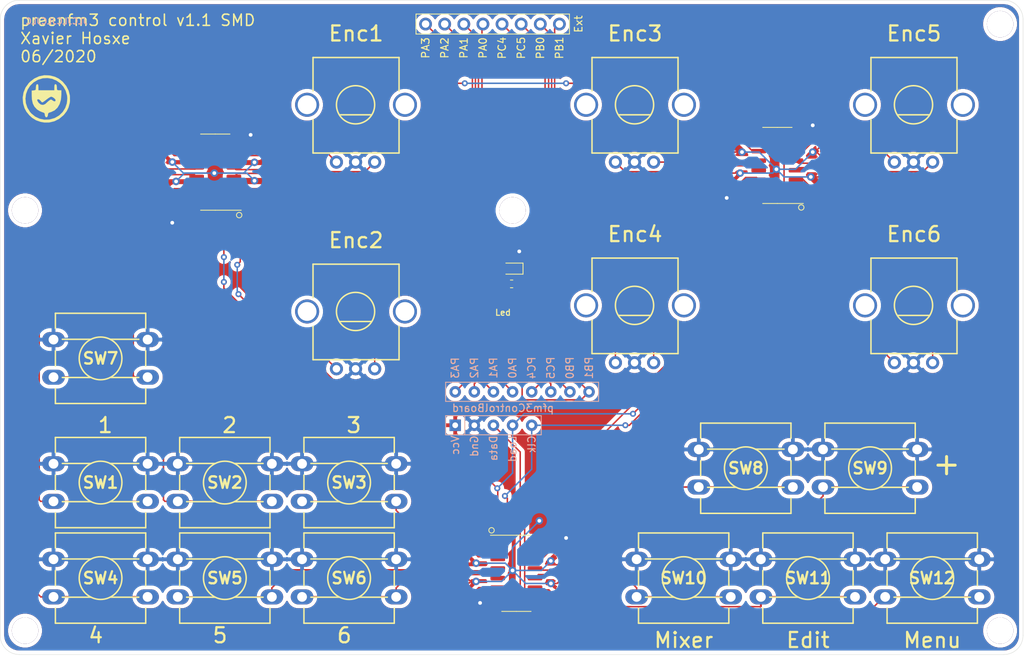
<source format=kicad_pcb>
(kicad_pcb (version 20171130) (host pcbnew 5.1.5-52549c5~84~ubuntu19.04.1)
  (title_block (title "preenfm3 controle board") (date 2019-11-28) (company "Xavier Hosxe"))
  (layers (0 F.Cu signal) (31 B.Cu signal) (34 B.Paste user) (35 F.Paste user) (36 B.SilkS user) (37 F.SilkS user) (38 B.Mask user) (39 F.Mask user) (44 Edge.Cuts user))
  (net 0 "")
  (net 1 GND)
  (net 2 VCC)
  (net 3 /h165_data)
  (net 4 /h165_load)
  (net 5 /h165_clk)
  (net 6 /h165_24)
  (net 7 /h165_23)
  (net 8 /h165_22)
  (net 9 /h165_21)
  (net 10 /h165_20)
  (net 11 /h165_19)
  (net 12 /h165_18)
  (net 13 /h165_17)
  (net 14 /H165_16)
  (net 15 /H165_15)
  (net 16 /H165_14)
  (net 17 /H165_13)
  (net 18 /H165_12)
  (net 19 /H165_11)
  (net 20 /H165_10)
  (net 21 /H165_9)
  (net 22 /H165_8)
  (net 23 /H165_7)
  (net 24 /H165_6)
  (net 25 /H165_5)
  (net 26 /H165_4)
  (net 27 /H165_3)
  (net 28 /H165_2)
  (net 29 /H165_1)
  (net 30 "Net-(U1-Pad7)")
  (net 31 "Net-(U1-Pad10)")
  (net 32 "Net-(U1-Pad9)")
  (net 33 "Net-(U2-Pad7)")
  (net 34 "Net-(U2-Pad9)")
  (net 35 "Net-(U3-Pad7)")
  (net 36 "Net-(D1-Pad2)")
  (net 37 "Net-(J1-Pad8)")
  (net 38 "Net-(J1-Pad7)")
  (net 39 "Net-(J1-Pad6)")
  (net 40 "Net-(J1-Pad9)")
  (net 41 "Net-(J1-Pad10)")
  (net 42 "Net-(J1-Pad12)")
  (net 43 "Net-(J1-Pad11)")
  (net 44 /LED)
  (net 45 "Net-(J3-Pad2)")
  (module A_PFM3:FMEncoder2_pfm3 (layer F.Cu) (at 151.649 74.295 180)
    (fp_text reference Enc4 (at 0 9.525) (layer F.SilkS) (effects (font (size 2 2) (thickness 0.3048))))
    (fp_text value Encoder hide)
    (pad "" thru_hole circle (at 6.49986 0.0635 270) (size 3.2004 3.2004) (drill 2.49936) (layers *.Cu *.Mask))
    (pad "" thru_hole circle (at -6.49986 0.0635 270) (size 3.2004 3.2004) (drill 2.49936) (layers *.Cu *.Mask))
    (pad B thru_hole circle (at 2.6035 -7.5565 270) (size 1.75006 1.75006) (drill 1.00076) (layers *.Cu *.Mask) (net 16 /H165_14))
    (pad C thru_hole circle (at 0.0635 -7.5565 270) (size 1.75006 1.75006) (drill 1.00076) (layers *.Cu *.Mask) (net 1 GND))
    (pad A thru_hole circle (at -2.4765 -7.5565 270) (size 1.75006 1.75006) (drill 1.00076) (layers *.Cu *.Mask) (net 17 /H165_13))
  )
  (module A_PFM3:FMEncoder2_pfm3 (layer F.Cu) (at 114.586 75.1053 180)
    (fp_text reference Enc2 (at 0 9.525) (layer F.SilkS) (effects (font (size 2 2) (thickness 0.3048))))
    (fp_text value Encoder hide)
    (pad "" thru_hole circle (at 6.49986 0.0635 270) (size 3.2004 3.2004) (drill 2.49936) (layers *.Cu *.Mask))
    (pad "" thru_hole circle (at -6.49986 0.0635 270) (size 3.2004 3.2004) (drill 2.49936) (layers *.Cu *.Mask))
    (pad B thru_hole circle (at 2.6035 -7.5565 270) (size 1.75006 1.75006) (drill 1.00076) (layers *.Cu *.Mask) (net 10 /h165_20))
    (pad C thru_hole circle (at 0.0635 -7.5565 270) (size 1.75006 1.75006) (drill 1.00076) (layers *.Cu *.Mask) (net 1 GND))
    (pad A thru_hole circle (at -2.4765 -7.5565 270) (size 1.75006 1.75006) (drill 1.00076) (layers *.Cu *.Mask) (net 11 /h165_19))
  )
  (module A_PFM3:FMEncoder2_pfm3 (layer F.Cu) (at 188.711 47.625 180)
    (fp_text reference Enc5 (at 0 9.525) (layer F.SilkS) (effects (font (size 2 2) (thickness 0.3048))))
    (fp_text value Encoder hide)
    (pad "" thru_hole circle (at 6.49986 0.0635 270) (size 3.2004 3.2004) (drill 2.49936) (layers *.Cu *.Mask))
    (pad "" thru_hole circle (at -6.49986 0.0635 270) (size 3.2004 3.2004) (drill 2.49936) (layers *.Cu *.Mask))
    (pad B thru_hole circle (at 2.6035 -7.5565 270) (size 1.75006 1.75006) (drill 1.00076) (layers *.Cu *.Mask) (net 21 /H165_9))
    (pad C thru_hole circle (at 0.0635 -7.5565 270) (size 1.75006 1.75006) (drill 1.00076) (layers *.Cu *.Mask) (net 1 GND))
    (pad A thru_hole circle (at -2.4765 -7.5565 270) (size 1.75006 1.75006) (drill 1.00076) (layers *.Cu *.Mask) (net 20 /H165_10))
  )
  (module A_PFM3:FMEncoder2_pfm3 (layer F.Cu) (at 151.649 47.625 180)
    (fp_text reference Enc3 (at 0 9.525) (layer F.SilkS) (effects (font (size 2 2) (thickness 0.3048))))
    (fp_text value Encoder hide)
    (pad "" thru_hole circle (at 6.49986 0.0635 270) (size 3.2004 3.2004) (drill 2.49936) (layers *.Cu *.Mask))
    (pad "" thru_hole circle (at -6.49986 0.0635 270) (size 3.2004 3.2004) (drill 2.49936) (layers *.Cu *.Mask))
    (pad B thru_hole circle (at 2.6035 -7.5565 270) (size 1.75006 1.75006) (drill 1.00076) (layers *.Cu *.Mask) (net 15 /H165_15))
    (pad C thru_hole circle (at 0.0635 -7.5565 270) (size 1.75006 1.75006) (drill 1.00076) (layers *.Cu *.Mask) (net 1 GND))
    (pad A thru_hole circle (at -2.4765 -7.5565 270) (size 1.75006 1.75006) (drill 1.00076) (layers *.Cu *.Mask) (net 14 /H165_16))
  )
  (module A_PFM3:FMEncoder2_pfm3 (layer F.Cu) (at 114.586 47.625 180)
    (fp_text reference Enc1 (at 0 9.525) (layer F.SilkS) (effects (font (size 2 2) (thickness 0.3048))))
    (fp_text value Encoder hide)
    (pad "" thru_hole circle (at 6.49986 0.0635 270) (size 3.2004 3.2004) (drill 2.49936) (layers *.Cu *.Mask))
    (pad "" thru_hole circle (at -6.49986 0.0635 270) (size 3.2004 3.2004) (drill 2.49936) (layers *.Cu *.Mask))
    (pad B thru_hole circle (at 2.6035 -7.5565 270) (size 1.75006 1.75006) (drill 1.00076) (layers *.Cu *.Mask) (net 13 /h165_17))
    (pad C thru_hole circle (at 0.0635 -7.5565 270) (size 1.75006 1.75006) (drill 1.00076) (layers *.Cu *.Mask) (net 1 GND))
    (pad A thru_hole circle (at -2.4765 -7.5565 270) (size 1.75006 1.75006) (drill 1.00076) (layers *.Cu *.Mask) (net 12 /h165_18))
  )
  (module A_PFM3:FMEncoder2_pfm3 (layer F.Cu) (at 188.711 74.295 180)
    (fp_text reference Enc6 (at 0 9.525) (layer F.SilkS) (effects (font (size 2 2) (thickness 0.3048))))
    (fp_text value Encoder hide)
    (pad "" thru_hole circle (at 6.49986 0.0635 270) (size 3.2004 3.2004) (drill 2.49936) (layers *.Cu *.Mask))
    (pad "" thru_hole circle (at -6.49986 0.0635 270) (size 3.2004 3.2004) (drill 2.49936) (layers *.Cu *.Mask))
    (pad B thru_hole circle (at 2.6035 -7.5565 270) (size 1.75006 1.75006) (drill 1.00076) (layers *.Cu *.Mask) (net 18 /H165_12))
    (pad C thru_hole circle (at 0.0635 -7.5565 270) (size 1.75006 1.75006) (drill 1.00076) (layers *.Cu *.Mask) (net 1 GND))
    (pad A thru_hole circle (at -2.4765 -7.5565 270) (size 1.75006 1.75006) (drill 1.00076) (layers *.Cu *.Mask) (net 19 /H165_11))
  )
  (module A_PFM3:FMButton2 (layer F.Cu) (at 182.88 95.885)
    (fp_text reference SW9 (at 0 0) (layer F.SilkS) (effects (font (size 1.524 1.524) (thickness 0.3048))))
    (fp_text value Push hide)
    (pad 2 thru_hole oval (at -6.25094 2.49936) (size 2.99974 1.99898) (drill 1.30048) (layers *.Cu *.Mask) (net 24 /H165_6))
    (pad 2 thru_hole oval (at 6.25094 2.49936) (size 2.99974 1.99898) (drill 1.30048) (layers *.Cu *.Mask) (net 24 /H165_6))
    (pad 1 thru_hole oval (at 6.25094 -2.49936) (size 2.99974 1.99898) (drill 1.30048) (layers *.Cu *.Mask) (net 1 GND))
    (pad 1 thru_hole oval (at -6.25094 -2.49936) (size 2.99974 1.99898) (drill 1.30048) (layers *.Cu *.Mask) (net 1 GND))
  )
  (module A_PFM3:FMButton2 (layer F.Cu) (at 80.645 81.28)
    (fp_text reference SW7 (at 0 0) (layer F.SilkS) (effects (font (size 1.524 1.524) (thickness 0.3048))))
    (fp_text value Push hide)
    (pad 2 thru_hole oval (at -6.25094 2.49936) (size 2.99974 1.99898) (drill 1.30048) (layers *.Cu *.Mask) (net 8 /h165_22))
    (pad 2 thru_hole oval (at 6.25094 2.49936) (size 2.99974 1.99898) (drill 1.30048) (layers *.Cu *.Mask) (net 8 /h165_22))
    (pad 1 thru_hole oval (at 6.25094 -2.49936) (size 2.99974 1.99898) (drill 1.30048) (layers *.Cu *.Mask) (net 1 GND))
    (pad 1 thru_hole oval (at -6.25094 -2.49936) (size 2.99974 1.99898) (drill 1.30048) (layers *.Cu *.Mask) (net 1 GND))
  )
  (module A_PFM3:FMButton2 (layer F.Cu) (at 191.135 110.49)
    (fp_text reference SW12 (at -0.035388 0) (layer F.SilkS) (effects (font (size 1.524 1.524) (thickness 0.3048))))
    (fp_text value Push hide)
    (pad 2 thru_hole oval (at -6.25094 2.49936) (size 2.99974 1.99898) (drill 1.30048) (layers *.Cu *.Mask) (net 29 /H165_1))
    (pad 2 thru_hole oval (at 6.25094 2.49936) (size 2.99974 1.99898) (drill 1.30048) (layers *.Cu *.Mask) (net 29 /H165_1))
    (pad 1 thru_hole oval (at 6.25094 -2.49936) (size 2.99974 1.99898) (drill 1.30048) (layers *.Cu *.Mask) (net 1 GND))
    (pad 1 thru_hole oval (at -6.25094 -2.49936) (size 2.99974 1.99898) (drill 1.30048) (layers *.Cu *.Mask) (net 1 GND))
  )
  (module A_PFM3:FMButton2 (layer F.Cu) (at 174.625 110.49)
    (fp_text reference SW11 (at 0 0) (layer F.SilkS) (effects (font (size 1.524 1.524) (thickness 0.3048))))
    (fp_text value Push hide)
    (pad 2 thru_hole oval (at -6.25094 2.49936) (size 2.99974 1.99898) (drill 1.30048) (layers *.Cu *.Mask) (net 22 /H165_8))
    (pad 2 thru_hole oval (at 6.25094 2.49936) (size 2.99974 1.99898) (drill 1.30048) (layers *.Cu *.Mask) (net 22 /H165_8))
    (pad 1 thru_hole oval (at 6.25094 -2.49936) (size 2.99974 1.99898) (drill 1.30048) (layers *.Cu *.Mask) (net 1 GND))
    (pad 1 thru_hole oval (at -6.25094 -2.49936) (size 2.99974 1.99898) (drill 1.30048) (layers *.Cu *.Mask) (net 1 GND))
  )
  (module A_PFM3:FMButton2 (layer F.Cu) (at 158.115 110.49)
    (fp_text reference SW10 (at 0 0) (layer F.SilkS) (effects (font (size 1.524 1.524) (thickness 0.3048))))
    (fp_text value Push hide)
    (pad 2 thru_hole oval (at -6.25094 2.49936) (size 2.99974 1.99898) (drill 1.30048) (layers *.Cu *.Mask) (net 23 /H165_7))
    (pad 2 thru_hole oval (at 6.25094 2.49936) (size 2.99974 1.99898) (drill 1.30048) (layers *.Cu *.Mask) (net 23 /H165_7))
    (pad 1 thru_hole oval (at 6.25094 -2.49936) (size 2.99974 1.99898) (drill 1.30048) (layers *.Cu *.Mask) (net 1 GND))
    (pad 1 thru_hole oval (at -6.25094 -2.49936) (size 2.99974 1.99898) (drill 1.30048) (layers *.Cu *.Mask) (net 1 GND))
  )
  (module A_PFM3:FMButton2 (layer F.Cu) (at 166.37 95.885)
    (fp_text reference SW8 (at 0 0) (layer F.SilkS) (effects (font (size 1.524 1.524) (thickness 0.3048))))
    (fp_text value Push hide)
    (pad 2 thru_hole oval (at -6.25094 2.49936) (size 2.99974 1.99898) (drill 1.30048) (layers *.Cu *.Mask) (net 25 /H165_5))
    (pad 2 thru_hole oval (at 6.25094 2.49936) (size 2.99974 1.99898) (drill 1.30048) (layers *.Cu *.Mask) (net 25 /H165_5))
    (pad 1 thru_hole oval (at 6.25094 -2.49936) (size 2.99974 1.99898) (drill 1.30048) (layers *.Cu *.Mask) (net 1 GND))
    (pad 1 thru_hole oval (at -6.25094 -2.49936) (size 2.99974 1.99898) (drill 1.30048) (layers *.Cu *.Mask) (net 1 GND))
  )
  (module A_PFM3:FMButton2 (layer F.Cu) (at 113.665 110.49)
    (fp_text reference SW6 (at 0 0) (layer F.SilkS) (effects (font (size 1.524 1.524) (thickness 0.3048))))
    (fp_text value Push hide)
    (pad 2 thru_hole oval (at -6.25094 2.49936) (size 2.99974 1.99898) (drill 1.30048) (layers *.Cu *.Mask) (net 28 /H165_2))
    (pad 2 thru_hole oval (at 6.25094 2.49936) (size 2.99974 1.99898) (drill 1.30048) (layers *.Cu *.Mask) (net 28 /H165_2))
    (pad 1 thru_hole oval (at 6.25094 -2.49936) (size 2.99974 1.99898) (drill 1.30048) (layers *.Cu *.Mask) (net 1 GND))
    (pad 1 thru_hole oval (at -6.25094 -2.49936) (size 2.99974 1.99898) (drill 1.30048) (layers *.Cu *.Mask) (net 1 GND))
  )
  (module A_PFM3:FMButton2 (layer F.Cu) (at 97.155 110.49)
    (fp_text reference SW5 (at 0 0) (layer F.SilkS) (effects (font (size 1.524 1.524) (thickness 0.3048))))
    (fp_text value Push hide)
    (pad 2 thru_hole oval (at -6.25094 2.49936) (size 2.99974 1.99898) (drill 1.30048) (layers *.Cu *.Mask) (net 27 /H165_3))
    (pad 2 thru_hole oval (at 6.25094 2.49936) (size 2.99974 1.99898) (drill 1.30048) (layers *.Cu *.Mask) (net 27 /H165_3))
    (pad 1 thru_hole oval (at 6.25094 -2.49936) (size 2.99974 1.99898) (drill 1.30048) (layers *.Cu *.Mask) (net 1 GND))
    (pad 1 thru_hole oval (at -6.25094 -2.49936) (size 2.99974 1.99898) (drill 1.30048) (layers *.Cu *.Mask) (net 1 GND))
  )
  (module A_PFM3:FMButton2 (layer F.Cu) (at 80.645 110.49)
    (fp_text reference SW4 (at 0 0) (layer F.SilkS) (effects (font (size 1.524 1.524) (thickness 0.3048))))
    (fp_text value Push hide)
    (pad 2 thru_hole oval (at -6.25094 2.49936) (size 2.99974 1.99898) (drill 1.30048) (layers *.Cu *.Mask) (net 6 /h165_24))
    (pad 2 thru_hole oval (at 6.25094 2.49936) (size 2.99974 1.99898) (drill 1.30048) (layers *.Cu *.Mask) (net 6 /h165_24))
    (pad 1 thru_hole oval (at 6.25094 -2.49936) (size 2.99974 1.99898) (drill 1.30048) (layers *.Cu *.Mask) (net 1 GND))
    (pad 1 thru_hole oval (at -6.25094 -2.49936) (size 2.99974 1.99898) (drill 1.30048) (layers *.Cu *.Mask) (net 1 GND))
  )
  (module A_PFM3:FMButton2 (layer F.Cu) (at 113.665 97.79)
    (fp_text reference SW3 (at 0 0) (layer F.SilkS) (effects (font (size 1.524 1.524) (thickness 0.3048))))
    (fp_text value Push hide)
    (pad 2 thru_hole oval (at -6.25094 2.49936) (size 2.99974 1.99898) (drill 1.30048) (layers *.Cu *.Mask) (net 26 /H165_4))
    (pad 2 thru_hole oval (at 6.25094 2.49936) (size 2.99974 1.99898) (drill 1.30048) (layers *.Cu *.Mask) (net 26 /H165_4))
    (pad 1 thru_hole oval (at 6.25094 -2.49936) (size 2.99974 1.99898) (drill 1.30048) (layers *.Cu *.Mask) (net 1 GND))
    (pad 1 thru_hole oval (at -6.25094 -2.49936) (size 2.99974 1.99898) (drill 1.30048) (layers *.Cu *.Mask) (net 1 GND))
  )
  (module A_PFM3:FMButton2 (layer F.Cu) (at 97.155 97.79)
    (fp_text reference SW2 (at 0 0) (layer F.SilkS) (effects (font (size 1.524 1.524) (thickness 0.3048))))
    (fp_text value Push hide)
    (pad 2 thru_hole oval (at -6.25094 2.49936) (size 2.99974 1.99898) (drill 1.30048) (layers *.Cu *.Mask) (net 9 /h165_21))
    (pad 2 thru_hole oval (at 6.25094 2.49936) (size 2.99974 1.99898) (drill 1.30048) (layers *.Cu *.Mask) (net 9 /h165_21))
    (pad 1 thru_hole oval (at 6.25094 -2.49936) (size 2.99974 1.99898) (drill 1.30048) (layers *.Cu *.Mask) (net 1 GND))
    (pad 1 thru_hole oval (at -6.25094 -2.49936) (size 2.99974 1.99898) (drill 1.30048) (layers *.Cu *.Mask) (net 1 GND))
  )
  (module A_PFM3:FMButton2 (layer F.Cu) (at 80.645 97.79)
    (fp_text reference SW1 (at 0 0) (layer F.SilkS) (effects (font (size 1.524 1.524) (thickness 0.3048))))
    (fp_text value Push hide)
    (pad 2 thru_hole oval (at -6.25094 2.49936) (size 2.99974 1.99898) (drill 1.30048) (layers *.Cu *.Mask) (net 7 /h165_23))
    (pad 2 thru_hole oval (at 6.25094 2.49936) (size 2.99974 1.99898) (drill 1.30048) (layers *.Cu *.Mask) (net 7 /h165_23))
    (pad 1 thru_hole oval (at 6.25094 -2.49936) (size 2.99974 1.99898) (drill 1.30048) (layers *.Cu *.Mask) (net 1 GND))
    (pad 1 thru_hole oval (at -6.25094 -2.49936) (size 2.99974 1.99898) (drill 1.30048) (layers *.Cu *.Mask) (net 1 GND))
  )
  (module A_PFM3:JLCJLC (layer B.Cu) (at 74.93 36.322)
    (fp_text reference JLC1)
    (fp_text value JLCJLCJLCJLC)
    (fp_text user JLCJLCJLCJLC (at -0.127 0.127) (layer B.SilkS) (effects (font (size 0.8 0.8)) (justify mirror)))
  )
  (module A_PFM3:pfm2_logo (layer F.Cu) (at 73.406 46.736)
    (fp_text reference L1 hide)
    (fp_text value Logo hide)
  )
  (module Resistor_SMD:R_0402_1005Metric (layer F.Cu) (at 136.017 75.184 90)
    (fp_text reference J3)
    (fp_text value "0 ohm")
    (pad 2 smd roundrect (at 0.485 0 90) (size 0.59 0.64) (layers F.Cu F.Paste F.Mask) (net 45 "Net-(J3-Pad2)"))
    (pad 1 smd roundrect (at -0.485 0 90) (size 0.59 0.64) (layers F.Cu F.Paste F.Mask) (net 44 /LED))
  )
  (module A_PFM3:CtrlBoard_exp_1x08 (layer F.Cu) (at 123.825 36.83 90)
    (fp_text reference J2 hide)
    (fp_text value Ext (at 0 20.32 270) (layer F.SilkS))
    (pad 1 thru_hole oval (at 0 0 90) (size 1.7 1.7) (drill 1) (layers *.Cu *.Mask) (net 39 "Net-(J1-Pad6)"))
    (pad 2 thru_hole oval (at 0 2.54 90) (size 1.7 1.7) (drill 1) (layers *.Cu *.Mask) (net 38 "Net-(J1-Pad7)"))
    (pad 3 thru_hole oval (at 0 5.08 90) (size 1.7 1.7) (drill 1) (layers *.Cu *.Mask) (net 37 "Net-(J1-Pad8)"))
    (pad 4 thru_hole oval (at 0 7.62 90) (size 1.7 1.7) (drill 1) (layers *.Cu *.Mask) (net 40 "Net-(J1-Pad9)"))
    (pad 5 thru_hole oval (at 0 10.16 90) (size 1.7 1.7) (drill 1) (layers *.Cu *.Mask) (net 41 "Net-(J1-Pad10)"))
    (pad 6 thru_hole oval (at 0 12.7 90) (size 1.7 1.7) (drill 1) (layers *.Cu *.Mask) (net 43 "Net-(J1-Pad11)"))
    (pad 7 thru_hole oval (at 0 15.24 90) (size 1.7 1.7) (drill 1) (layers *.Cu *.Mask) (net 42 "Net-(J1-Pad12)"))
    (pad 8 thru_hole oval (at 0 17.78 90) (size 1.7 1.7) (drill 1) (layers *.Cu *.Mask) (net 44 /LED))
  )
  (module A_PFM3:ControlBoard (layer F.Cu) (at 135.382 62.23)
    (fp_text reference J1 hide)
    (fp_text value pfm3ControlBoard (at -1.27 25.654) (layer B.SilkS) (effects (justify mirror)))
    (fp_text user PB1 (at 10.16 20.32 90) (layer B.SilkS) (effects (justify mirror)))
    (fp_text user PB0 (at 7.62 20.32 90) (layer B.SilkS) (effects (justify mirror)))
    (fp_text user PC5 (at 5.08 20.32 90) (layer B.SilkS) (effects (justify mirror)))
    (fp_text user PC4 (at 2.54 20.32 90) (layer B.SilkS) (effects (justify mirror)))
    (fp_text user PA0 (at 0 20.32 90) (layer B.SilkS) (effects (justify mirror)))
    (fp_text user PA1 (at -2.54 20.32 90) (layer B.SilkS) (effects (justify mirror)))
    (fp_text user PA2 (at -5.08 20.32 90) (layer B.SilkS) (effects (justify mirror)))
    (fp_text user PA3 (at -7.62 20.32 90) (layer B.SilkS) (effects (justify mirror)))
    (fp_text user Clk (at 2.54 30.48 90) (layer B.SilkS) (effects (justify mirror)))
    (fp_text user Load (at 0 31.075238 90) (layer B.SilkS) (effects (justify mirror)))
    (fp_text user Data (at -2.54 31.003809 90) (layer B.SilkS) (effects (justify mirror)))
    (fp_text user Gnd (at -5.08 30.718095 90) (layer B.SilkS) (effects (justify mirror)))
    (fp_text user Vcc (at -7.62 30.599048 90) (layer B.SilkS) (effects (justify mirror)))
    (pad 9 thru_hole circle (at 0 23.495) (size 1.524 1.524) (drill 0.762) (layers *.Cu *.Mask) (net 40 "Net-(J1-Pad9)"))
    (pad 10 thru_hole circle (at 2.54 23.495) (size 1.524 1.524) (drill 0.762) (layers *.Cu *.Mask) (net 41 "Net-(J1-Pad10)"))
    (pad 13 thru_hole circle (at 10.16 23.495) (size 1.524 1.524) (drill 0.762) (layers *.Cu *.Mask) (net 44 /LED))
    (pad 12 thru_hole circle (at 7.62 23.495) (size 1.524 1.524) (drill 0.762) (layers *.Cu *.Mask) (net 42 "Net-(J1-Pad12)"))
    (pad 11 thru_hole circle (at 5.08 23.495) (size 1.524 1.524) (drill 0.762) (layers *.Cu *.Mask) (net 43 "Net-(J1-Pad11)"))
    (pad 8 thru_hole circle (at -2.54 23.495) (size 1.524 1.524) (drill 0.762) (layers *.Cu *.Mask) (net 37 "Net-(J1-Pad8)"))
    (pad 7 thru_hole circle (at -5.08 23.495) (size 1.524 1.524) (drill 0.762) (layers *.Cu *.Mask) (net 38 "Net-(J1-Pad7)"))
    (pad 6 thru_hole circle (at -7.62 23.495) (size 1.524 1.524) (drill 0.762) (layers *.Cu *.Mask) (net 39 "Net-(J1-Pad6)"))
    (pad "" thru_hole circle (at 0 -0.635) (size 3.5 3.5) (drill 3.5) (layers *.Cu *.Mask))
    (pad "" thru_hole circle (at 64.77 -25.4) (size 3.5 3.5) (drill 3.5) (layers *.Cu *.Mask))
    (pad "" thru_hole circle (at -64.77 -0.635) (size 3.5 3.5) (drill 3.5) (layers *.Cu *.Mask))
    (pad "" thru_hole circle (at 64.77 55.245) (size 3.5 3.5) (drill 3.5) (layers *.Cu *.Mask))
    (pad "" thru_hole circle (at -64.77 55.245) (size 3.5 3.5) (drill 3.5) (layers *.Cu *.Mask))
    (pad 5 thru_hole circle (at 2.54 27.94) (size 1.524 1.524) (drill 0.762) (layers *.Cu *.Mask) (net 5 /h165_clk))
    (pad 4 thru_hole circle (at 0 27.94) (size 1.524 1.524) (drill 0.762) (layers *.Cu *.Mask) (net 4 /h165_load))
    (pad 3 thru_hole circle (at -2.54 27.94) (size 1.524 1.524) (drill 0.762) (layers *.Cu *.Mask) (net 3 /h165_data))
    (pad 2 thru_hole circle (at -5.08 27.94) (size 1.524 1.524) (drill 0.762) (layers *.Cu *.Mask) (net 1 GND))
    (pad 1 thru_hole rect (at -7.62 27.94) (size 1.524 1.524) (drill 0.762) (layers *.Cu *.Mask) (net 2 VCC))
  )
  (module Resistor_SMD:R_0603_1608Metric (layer F.Cu) (at 135.255 71.374 180)
    (fp_text reference R1)
    (fp_text value 470)
    (pad 2 smd roundrect (at 0.7875 0 180) (size 0.875 0.95) (layers F.Cu F.Paste F.Mask) (net 36 "Net-(D1-Pad2)"))
    (pad 1 smd roundrect (at -0.7875 0 180) (size 0.875 0.95) (layers F.Cu F.Paste F.Mask) (net 45 "Net-(J3-Pad2)"))
  )
  (module LED_SMD:LED_0603_1608Metric (layer F.Cu) (at 135.288001 69.342 180)
    (fp_text reference D1)
    (fp_text value LED)
    (pad 2 smd roundrect (at 0.7875 0 180) (size 0.875 0.95) (layers F.Cu F.Paste F.Mask) (net 36 "Net-(D1-Pad2)"))
    (pad 1 smd roundrect (at -0.7875 0 180) (size 0.875 0.95) (layers F.Cu F.Paste F.Mask) (net 1 GND))
  )
  (module Resistor_SMD:R_0402_1005Metric (layer F.Cu) (at 128.547 112.522 180)
    (fp_text reference R25)
    (fp_text value 10k)
    (pad 2 smd roundrect (at 0.485 0 180) (size 0.59 0.64) (layers F.Cu F.Paste F.Mask) (net 29 /H165_1))
    (pad 1 smd roundrect (at -0.485 0 180) (size 0.59 0.64) (layers F.Cu F.Paste F.Mask) (net 2 VCC))
  )
  (module Resistor_SMD:R_0402_1005Metric (layer F.Cu) (at 128.547 110.744 180)
    (fp_text reference R24)
    (fp_text value 10k)
    (pad 2 smd roundrect (at 0.485 0 180) (size 0.59 0.64) (layers F.Cu F.Paste F.Mask) (net 28 /H165_2))
    (pad 1 smd roundrect (at -0.485 0 180) (size 0.59 0.64) (layers F.Cu F.Paste F.Mask) (net 2 VCC))
  )
  (module Resistor_SMD:R_0402_1005Metric (layer F.Cu) (at 128.524 108.712 180)
    (fp_text reference R23)
    (fp_text value 10k)
    (pad 2 smd roundrect (at 0.485 0 180) (size 0.59 0.64) (layers F.Cu F.Paste F.Mask) (net 27 /H165_3))
    (pad 1 smd roundrect (at -0.485 0 180) (size 0.59 0.64) (layers F.Cu F.Paste F.Mask) (net 2 VCC))
  )
  (module Resistor_SMD:R_0402_1005Metric (layer F.Cu) (at 128.524 106.934 180)
    (fp_text reference R22)
    (fp_text value 10k)
    (pad 2 smd roundrect (at 0.485 0 180) (size 0.59 0.64) (layers F.Cu F.Paste F.Mask) (net 26 /H165_4))
    (pad 1 smd roundrect (at -0.485 0 180) (size 0.59 0.64) (layers F.Cu F.Paste F.Mask) (net 2 VCC))
  )
  (module Resistor_SMD:R_0402_1005Metric (layer F.Cu) (at 142.24 106.934)
    (fp_text reference R21)
    (fp_text value 10k)
    (pad 2 smd roundrect (at 0.485 0) (size 0.59 0.64) (layers F.Cu F.Paste F.Mask) (net 25 /H165_5))
    (pad 1 smd roundrect (at -0.485 0) (size 0.59 0.64) (layers F.Cu F.Paste F.Mask) (net 2 VCC))
  )
  (module Resistor_SMD:R_0402_1005Metric (layer F.Cu) (at 142.24 108.712)
    (fp_text reference R20)
    (fp_text value 10k)
    (pad 2 smd roundrect (at 0.485 0) (size 0.59 0.64) (layers F.Cu F.Paste F.Mask) (net 24 /H165_6))
    (pad 1 smd roundrect (at -0.485 0) (size 0.59 0.64) (layers F.Cu F.Paste F.Mask) (net 2 VCC))
  )
  (module Resistor_SMD:R_0402_1005Metric (layer F.Cu) (at 142.24 110.744)
    (fp_text reference R19)
    (fp_text value 10k)
    (pad 2 smd roundrect (at 0.485 0) (size 0.59 0.64) (layers F.Cu F.Paste F.Mask) (net 23 /H165_7))
    (pad 1 smd roundrect (at -0.485 0) (size 0.59 0.64) (layers F.Cu F.Paste F.Mask) (net 2 VCC))
  )
  (module Resistor_SMD:R_0402_1005Metric (layer F.Cu) (at 142.24 112.522)
    (fp_text reference R18)
    (fp_text value 10k)
    (pad 2 smd roundrect (at 0.485 0) (size 0.59 0.64) (layers F.Cu F.Paste F.Mask) (net 22 /H165_8))
    (pad 1 smd roundrect (at -0.485 0) (size 0.59 0.64) (layers F.Cu F.Paste F.Mask) (net 2 VCC))
  )
  (module Resistor_SMD:R_0402_1005Metric (layer F.Cu) (at 177.038 52.832)
    (fp_text reference R17)
    (fp_text value 10k)
    (pad 2 smd roundrect (at 0.485 0) (size 0.59 0.64) (layers F.Cu F.Paste F.Mask) (net 21 /H165_9))
    (pad 1 smd roundrect (at -0.485 0) (size 0.59 0.64) (layers F.Cu F.Paste F.Mask) (net 2 VCC))
  )
  (module Resistor_SMD:R_0402_1005Metric (layer F.Cu) (at 177.038 54.61)
    (fp_text reference R16)
    (fp_text value 10k)
    (pad 2 smd roundrect (at 0.485 0) (size 0.59 0.64) (layers F.Cu F.Paste F.Mask) (net 20 /H165_10))
    (pad 1 smd roundrect (at -0.485 0) (size 0.59 0.64) (layers F.Cu F.Paste F.Mask) (net 2 VCC))
  )
  (module Resistor_SMD:R_0402_1005Metric (layer F.Cu) (at 177.038 56.642)
    (fp_text reference R15)
    (fp_text value 10k)
    (pad 2 smd roundrect (at 0.485 0) (size 0.59 0.64) (layers F.Cu F.Paste F.Mask) (net 19 /H165_11))
    (pad 1 smd roundrect (at -0.485 0) (size 0.59 0.64) (layers F.Cu F.Paste F.Mask) (net 2 VCC))
  )
  (module Resistor_SMD:R_0402_1005Metric (layer F.Cu) (at 177.038 58.42)
    (fp_text reference R14)
    (fp_text value 10k)
    (pad 2 smd roundrect (at 0.485 0) (size 0.59 0.64) (layers F.Cu F.Paste F.Mask) (net 18 /H165_12))
    (pad 1 smd roundrect (at -0.485 0) (size 0.59 0.64) (layers F.Cu F.Paste F.Mask) (net 2 VCC))
  )
  (module Resistor_SMD:R_0402_1005Metric (layer F.Cu) (at 163.83 58.166 180)
    (fp_text reference R13)
    (fp_text value 10k)
    (pad 2 smd roundrect (at 0.485 0 180) (size 0.59 0.64) (layers F.Cu F.Paste F.Mask) (net 17 /H165_13))
    (pad 1 smd roundrect (at -0.485 0 180) (size 0.59 0.64) (layers F.Cu F.Paste F.Mask) (net 2 VCC))
  )
  (module Resistor_SMD:R_0402_1005Metric (layer F.Cu) (at 163.807 56.388 180)
    (fp_text reference R12)
    (fp_text value 10k)
    (pad 2 smd roundrect (at 0.485 0 180) (size 0.59 0.64) (layers F.Cu F.Paste F.Mask) (net 16 /H165_14))
    (pad 1 smd roundrect (at -0.485 0 180) (size 0.59 0.64) (layers F.Cu F.Paste F.Mask) (net 2 VCC))
  )
  (module Resistor_SMD:R_0402_1005Metric (layer F.Cu) (at 163.853 54.356 180)
    (fp_text reference R11)
    (fp_text value 10k)
    (pad 2 smd roundrect (at 0.485 0 180) (size 0.59 0.64) (layers F.Cu F.Paste F.Mask) (net 15 /H165_15))
    (pad 1 smd roundrect (at -0.485 0 180) (size 0.59 0.64) (layers F.Cu F.Paste F.Mask) (net 2 VCC))
  )
  (module Resistor_SMD:R_0402_1005Metric (layer F.Cu) (at 163.83 52.578 180)
    (fp_text reference R10)
    (fp_text value 10k)
    (pad 2 smd roundrect (at 0.485 0 180) (size 0.59 0.64) (layers F.Cu F.Paste F.Mask) (net 14 /H165_16))
    (pad 1 smd roundrect (at -0.485 0 180) (size 0.59 0.64) (layers F.Cu F.Paste F.Mask) (net 2 VCC))
  )
  (module Resistor_SMD:R_0402_1005Metric (layer F.Cu) (at 103.886 53.594)
    (fp_text reference R9)
    (fp_text value 10k)
    (pad 2 smd roundrect (at 0.485 0) (size 0.59 0.64) (layers F.Cu F.Paste F.Mask) (net 13 /h165_17))
    (pad 1 smd roundrect (at -0.485 0) (size 0.59 0.64) (layers F.Cu F.Paste F.Mask) (net 2 VCC))
  )
  (module Resistor_SMD:R_0402_1005Metric (layer F.Cu) (at 103.886 55.372)
    (fp_text reference R8)
    (fp_text value 10k)
    (pad 2 smd roundrect (at 0.485 0) (size 0.59 0.64) (layers F.Cu F.Paste F.Mask) (net 12 /h165_18))
    (pad 1 smd roundrect (at -0.485 0) (size 0.59 0.64) (layers F.Cu F.Paste F.Mask) (net 2 VCC))
  )
  (module Resistor_SMD:R_0402_1005Metric (layer F.Cu) (at 103.863 57.404)
    (fp_text reference R7)
    (fp_text value 10k)
    (pad 2 smd roundrect (at 0.485 0) (size 0.59 0.64) (layers F.Cu F.Paste F.Mask) (net 11 /h165_19))
    (pad 1 smd roundrect (at -0.485 0) (size 0.59 0.64) (layers F.Cu F.Paste F.Mask) (net 2 VCC))
  )
  (module Resistor_SMD:R_0402_1005Metric (layer F.Cu) (at 103.886 59.182)
    (fp_text reference R6)
    (fp_text value 10k)
    (pad 2 smd roundrect (at 0.485 0) (size 0.59 0.64) (layers F.Cu F.Paste F.Mask) (net 10 /h165_20))
    (pad 1 smd roundrect (at -0.485 0) (size 0.59 0.64) (layers F.Cu F.Paste F.Mask) (net 2 VCC))
  )
  (module Resistor_SMD:R_0402_1005Metric (layer F.Cu) (at 88.138 59.436 180)
    (fp_text reference R5)
    (fp_text value 10k)
    (pad 2 smd roundrect (at 0.485 0 180) (size 0.59 0.64) (layers F.Cu F.Paste F.Mask) (net 9 /h165_21))
    (pad 1 smd roundrect (at -0.485 0 180) (size 0.59 0.64) (layers F.Cu F.Paste F.Mask) (net 2 VCC))
  )
  (module Resistor_SMD:R_0402_1005Metric (layer F.Cu) (at 88.138 57.658 180)
    (fp_text reference R4)
    (fp_text value 10k)
    (pad 2 smd roundrect (at 0.485 0 180) (size 0.59 0.64) (layers F.Cu F.Paste F.Mask) (net 8 /h165_22))
    (pad 1 smd roundrect (at -0.485 0 180) (size 0.59 0.64) (layers F.Cu F.Paste F.Mask) (net 2 VCC))
  )
  (module Resistor_SMD:R_0402_1005Metric (layer F.Cu) (at 88.138 55.372 180)
    (fp_text reference R3)
    (fp_text value 10k)
    (pad 2 smd roundrect (at 0.485 0 180) (size 0.59 0.64) (layers F.Cu F.Paste F.Mask) (net 7 /h165_23))
    (pad 1 smd roundrect (at -0.485 0 180) (size 0.59 0.64) (layers F.Cu F.Paste F.Mask) (net 2 VCC))
  )
  (module Resistor_SMD:R_0402_1005Metric (layer F.Cu) (at 88.138 53.594 180)
    (fp_text reference R2)
    (fp_text value 10k)
    (pad 2 smd roundrect (at 0.485 0 180) (size 0.59 0.64) (layers F.Cu F.Paste F.Mask) (net 6 /h165_24))
    (pad 1 smd roundrect (at -0.485 0 180) (size 0.59 0.64) (layers F.Cu F.Paste F.Mask) (net 2 VCC))
  )
  (module Package_SO:SOIC-16_3.9x9.9mm_P1.27mm (layer F.Cu) (at 135.89 109.855)
    (fp_text reference U3)
    (fp_text value 74hc165)
    (pad 16 smd roundrect (at 2.475 -4.445) (size 1.95 0.6) (layers F.Cu F.Paste F.Mask) (net 2 VCC))
    (pad 15 smd roundrect (at 2.475 -3.175) (size 1.95 0.6) (layers F.Cu F.Paste F.Mask) (net 1 GND))
    (pad 14 smd roundrect (at 2.475 -1.905) (size 1.95 0.6) (layers F.Cu F.Paste F.Mask) (net 25 /H165_5))
    (pad 13 smd roundrect (at 2.475 -0.635) (size 1.95 0.6) (layers F.Cu F.Paste F.Mask) (net 24 /H165_6))
    (pad 12 smd roundrect (at 2.475 0.635) (size 1.95 0.6) (layers F.Cu F.Paste F.Mask) (net 23 /H165_7))
    (pad 11 smd roundrect (at 2.475 1.905) (size 1.95 0.6) (layers F.Cu F.Paste F.Mask) (net 22 /H165_8))
    (pad 10 smd roundrect (at 2.475 3.175) (size 1.95 0.6) (layers F.Cu F.Paste F.Mask) (net 34 "Net-(U2-Pad9)"))
    (pad 9 smd roundrect (at 2.475 4.445) (size 1.95 0.6) (layers F.Cu F.Paste F.Mask) (net 3 /h165_data))
    (pad 8 smd roundrect (at -2.475 4.445) (size 1.95 0.6) (layers F.Cu F.Paste F.Mask) (net 1 GND))
    (pad 7 smd roundrect (at -2.475 3.175) (size 1.95 0.6) (layers F.Cu F.Paste F.Mask) (net 35 "Net-(U3-Pad7)"))
    (pad 6 smd roundrect (at -2.475 1.905) (size 1.95 0.6) (layers F.Cu F.Paste F.Mask) (net 29 /H165_1))
    (pad 5 smd roundrect (at -2.475 0.635) (size 1.95 0.6) (layers F.Cu F.Paste F.Mask) (net 28 /H165_2))
    (pad 4 smd roundrect (at -2.475 -0.635) (size 1.95 0.6) (layers F.Cu F.Paste F.Mask) (net 27 /H165_3))
    (pad 3 smd roundrect (at -2.475 -1.905) (size 1.95 0.6) (layers F.Cu F.Paste F.Mask) (net 26 /H165_4))
    (pad 2 smd roundrect (at -2.475 -3.175) (size 1.95 0.6) (layers F.Cu F.Paste F.Mask) (net 5 /h165_clk))
    (pad 1 smd roundrect (at -2.475 -4.445) (size 1.95 0.6) (layers F.Cu F.Paste F.Mask) (net 4 /h165_load))
  )
  (module Package_SO:SOIC-16_3.9x9.9mm_P1.27mm (layer F.Cu) (at 170.561 55.626 180)
    (fp_text reference U2)
    (fp_text value 74hc165)
    (pad 16 smd roundrect (at 2.475 -4.445 180) (size 1.95 0.6) (layers F.Cu F.Paste F.Mask) (net 2 VCC))
    (pad 15 smd roundrect (at 2.475 -3.175 180) (size 1.95 0.6) (layers F.Cu F.Paste F.Mask) (net 1 GND))
    (pad 14 smd roundrect (at 2.475 -1.905 180) (size 1.95 0.6) (layers F.Cu F.Paste F.Mask) (net 17 /H165_13))
    (pad 13 smd roundrect (at 2.475 -0.635 180) (size 1.95 0.6) (layers F.Cu F.Paste F.Mask) (net 16 /H165_14))
    (pad 12 smd roundrect (at 2.475 0.635 180) (size 1.95 0.6) (layers F.Cu F.Paste F.Mask) (net 15 /H165_15))
    (pad 11 smd roundrect (at 2.475 1.905 180) (size 1.95 0.6) (layers F.Cu F.Paste F.Mask) (net 14 /H165_16))
    (pad 10 smd roundrect (at 2.475 3.175 180) (size 1.95 0.6) (layers F.Cu F.Paste F.Mask) (net 32 "Net-(U1-Pad9)"))
    (pad 9 smd roundrect (at 2.475 4.445 180) (size 1.95 0.6) (layers F.Cu F.Paste F.Mask) (net 34 "Net-(U2-Pad9)"))
    (pad 8 smd roundrect (at -2.475 4.445 180) (size 1.95 0.6) (layers F.Cu F.Paste F.Mask) (net 1 GND))
    (pad 7 smd roundrect (at -2.475 3.175 180) (size 1.95 0.6) (layers F.Cu F.Paste F.Mask) (net 33 "Net-(U2-Pad7)"))
    (pad 6 smd roundrect (at -2.475 1.905 180) (size 1.95 0.6) (layers F.Cu F.Paste F.Mask) (net 21 /H165_9))
    (pad 5 smd roundrect (at -2.475 0.635 180) (size 1.95 0.6) (layers F.Cu F.Paste F.Mask) (net 20 /H165_10))
    (pad 4 smd roundrect (at -2.475 -0.635 180) (size 1.95 0.6) (layers F.Cu F.Paste F.Mask) (net 19 /H165_11))
    (pad 3 smd roundrect (at -2.475 -1.905 180) (size 1.95 0.6) (layers F.Cu F.Paste F.Mask) (net 18 /H165_12))
    (pad 2 smd roundrect (at -2.475 -3.175 180) (size 1.95 0.6) (layers F.Cu F.Paste F.Mask) (net 5 /h165_clk))
    (pad 1 smd roundrect (at -2.475 -4.445 180) (size 1.95 0.6) (layers F.Cu F.Paste F.Mask) (net 4 /h165_load))
  )
  (module Package_SO:SOIC-16_3.9x9.9mm_P1.27mm (layer F.Cu) (at 95.885 56.515 180)
    (fp_text reference U1)
    (fp_text value 74hc165)
    (pad 16 smd roundrect (at 2.475 -4.445 180) (size 1.95 0.6) (layers F.Cu F.Paste F.Mask) (net 2 VCC))
    (pad 15 smd roundrect (at 2.475 -3.175 180) (size 1.95 0.6) (layers F.Cu F.Paste F.Mask) (net 1 GND))
    (pad 14 smd roundrect (at 2.475 -1.905 180) (size 1.95 0.6) (layers F.Cu F.Paste F.Mask) (net 9 /h165_21))
    (pad 13 smd roundrect (at 2.475 -0.635 180) (size 1.95 0.6) (layers F.Cu F.Paste F.Mask) (net 8 /h165_22))
    (pad 12 smd roundrect (at 2.475 0.635 180) (size 1.95 0.6) (layers F.Cu F.Paste F.Mask) (net 7 /h165_23))
    (pad 11 smd roundrect (at 2.475 1.905 180) (size 1.95 0.6) (layers F.Cu F.Paste F.Mask) (net 6 /h165_24))
    (pad 10 smd roundrect (at 2.475 3.175 180) (size 1.95 0.6) (layers F.Cu F.Paste F.Mask) (net 31 "Net-(U1-Pad10)"))
    (pad 9 smd roundrect (at 2.475 4.445 180) (size 1.95 0.6) (layers F.Cu F.Paste F.Mask) (net 32 "Net-(U1-Pad9)"))
    (pad 8 smd roundrect (at -2.475 4.445 180) (size 1.95 0.6) (layers F.Cu F.Paste F.Mask) (net 1 GND))
    (pad 7 smd roundrect (at -2.475 3.175 180) (size 1.95 0.6) (layers F.Cu F.Paste F.Mask) (net 30 "Net-(U1-Pad7)"))
    (pad 6 smd roundrect (at -2.475 1.905 180) (size 1.95 0.6) (layers F.Cu F.Paste F.Mask) (net 13 /h165_17))
    (pad 5 smd roundrect (at -2.475 0.635 180) (size 1.95 0.6) (layers F.Cu F.Paste F.Mask) (net 12 /h165_18))
    (pad 4 smd roundrect (at -2.475 -0.635 180) (size 1.95 0.6) (layers F.Cu F.Paste F.Mask) (net 11 /h165_19))
    (pad 3 smd roundrect (at -2.475 -1.905 180) (size 1.95 0.6) (layers F.Cu F.Paste F.Mask) (net 10 /h165_20))
    (pad 2 smd roundrect (at -2.475 -3.175 180) (size 1.95 0.6) (layers F.Cu F.Paste F.Mask) (net 5 /h165_clk))
    (pad 1 smd roundrect (at -2.475 -4.445 180) (size 1.95 0.6) (layers F.Cu F.Paste F.Mask) (net 4 /h165_load))
  )
  (module Capacitor_SMD:C_0402_1005Metric (layer F.Cu) (at 90.932 61.214 90)
    (fp_text reference C3)
    (fp_text value 100nF)
    (pad 2 smd roundrect (at 0.485 0 90) (size 0.59 0.64) (layers F.Cu F.Paste F.Mask) (net 1 GND))
    (pad 1 smd roundrect (at -0.485 0 90) (size 0.59 0.64) (layers F.Cu F.Paste F.Mask) (net 2 VCC))
  )
  (module Capacitor_SMD:C_0402_1005Metric (layer F.Cu) (at 140.97 104.671 270)
    (fp_text reference C2)
    (fp_text value 100nF)
    (pad 2 smd roundrect (at 0.485 0 270) (size 0.59 0.64) (layers F.Cu F.Paste F.Mask) (net 1 GND))
    (pad 1 smd roundrect (at -0.485 0 270) (size 0.59 0.64) (layers F.Cu F.Paste F.Mask) (net 2 VCC))
  )
  (module Capacitor_SMD:C_0402_1005Metric (layer F.Cu) (at 165.481 60.198 90)
    (fp_text reference C1)
    (fp_text value 100nF)
    (pad 2 smd roundrect (at 0.485 0 90) (size 0.59 0.64) (layers F.Cu F.Paste F.Mask) (net 1 GND))
    (pad 1 smd roundrect (at -0.485 0 90) (size 0.59 0.64) (layers F.Cu F.Paste F.Mask) (net 2 VCC))
  )
  (gr_circle (center 99.06 62.23) (end 99.314 62.484) (layer F.SilkS) (width 0.12))
  (gr_circle (center 173.736 61.214) (end 173.99 61.468) (layer F.SilkS) (width 0.12))
  (gr_circle (center 132.588 104.14) (end 132.842 104.394) (layer F.SilkS) (width 0.12))
  (gr_text Led (at 134.112 75.184) (layer F.SilkS) (effects (font (size 0.8 0.8))))
  (gr_text PB1 (at 141.605 40.005 90) (layer F.SilkS) (effects (font (size 1 1))))
  (gr_text PB0 (at 139.065 40.005 90) (layer F.SilkS) (effects (font (size 1 1))))
  (gr_text PC5 (at 136.525 40.005 90) (layer F.SilkS) (effects (font (size 1 1))))
  (gr_text PC4 (at 133.985 40.005 90) (layer F.SilkS) (effects (font (size 1 1))))
  (gr_text PA0 (at 131.445 40.005 90) (layer F.SilkS) (effects (font (size 1 1))))
  (gr_text PA1 (at 128.905 40.005 90) (layer F.SilkS) (effects (font (size 1 1))))
  (gr_text "PA2\n" (at 126.365 40.005 90) (layer F.SilkS) (effects (font (size 1 1))))
  (gr_text PA3 (at 123.825 40.005 90) (layer F.SilkS) (effects (font (size 1 1))))
  (gr_text 5 (at 96.52 118.11) (layer F.SilkS) (effects (font (size 2 2) (thickness 0.3))))
  (gr_text 4 (at 80.01 118.11) (layer F.SilkS) (effects (font (size 2 2) (thickness 0.3))))
  (gr_text 6 (at 113.03 118.11) (layer F.SilkS) (effects (font (size 2 2) (thickness 0.3))))
  (gr_text 2 (at 97.79 90.17) (layer F.SilkS) (effects (font (size 2 2) (thickness 0.3))))
  (gr_text 1 (at 81.28 90.17) (layer F.SilkS) (effects (font (size 2 2) (thickness 0.3))))
  (gr_text 3 (at 114.3 90.17) (layer F.SilkS) (effects (font (size 2 2) (thickness 0.3))))
  (gr_text + (at 193.04 95.25) (layer F.SilkS) (effects (font (size 3 3) (thickness 0.4))))
  (gr_text Menu (at 191.135 118.745) (layer F.SilkS) (effects (font (size 2 2) (thickness 0.3))))
  (gr_text Edit (at 174.625 118.745) (layer F.SilkS) (effects (font (size 2 2) (thickness 0.3))))
  (gr_text Mixer (at 158.115 118.745) (layer F.SilkS) (effects (font (size 2 2) (thickness 0.3))))
  (gr_text "preenfm3 control v1.1 SMD\nXavier Hosxe\n06/2020" (at 69.85 38.735) (layer F.SilkS) (effects (font (size 1.5 1.5) (thickness 0.2)) (justify left)))
  (gr_line (start 69.85 120.65) (end 200.66 120.65) (layer Edge.Cuts) (width 0.05))
  (gr_line (start 67.31 36.195) (end 67.31 118.11) (layer Edge.Cuts) (width 0.05))
  (gr_line (start 200.66 33.655) (end 69.85 33.655) (layer Edge.Cuts) (width 0.05))
  (gr_line (start 203.2 118.11) (end 203.2 36.195) (layer Edge.Cuts) (width 0.05))
  (gr_arc (start 200.66 118.11) (end 200.66 120.65) (angle -90) (layer Edge.Cuts) (width 0.05))
  (gr_arc (start 200.66 36.195) (end 203.2 36.195) (angle -90) (layer Edge.Cuts) (width 0.05))
  (gr_arc (start 69.85 36.195) (end 69.85 33.655) (angle -90) (layer Edge.Cuts) (width 0.05))
  (gr_arc (start 69.85 118.11) (end 67.31 118.11) (angle -90) (layer Edge.Cuts) (width 0.05))
  (segment (start 92.435 59.69) (end 93.41 59.69) (width 0.2) (layer F.Cu) (net 1))
  (segment (start 92.291 59.69) (end 92.435 59.69) (width 0.2) (layer F.Cu) (net 1))
  (segment (start 91.252 60.729) (end 92.291 59.69) (width 0.2) (layer F.Cu) (net 1))
  (segment (start 90.932 60.729) (end 91.252 60.729) (width 0.2) (layer F.Cu) (net 1))
  (via (at 136.271 67.056) (size 1) (drill 0.5) (layers F.Cu B.Cu) (net 1))
  (segment (start 136.075501 69.342) (end 136.075501 67.251499) (width 0.2) (layer F.Cu) (net 1))
  (segment (start 136.075501 67.251499) (end 136.271 67.056) (width 0.2) (layer F.Cu) (net 1))
  (via (at 131.064 113.792) (size 1) (drill 0.5) (layers F.Cu B.Cu) (net 1))
  (segment (start 133.415 114.3) (end 131.572 114.3) (width 0.2) (layer F.Cu) (net 1))
  (segment (start 131.572 114.3) (end 131.064 113.792) (width 0.2) (layer F.Cu) (net 1))
  (segment (start 138.665 106.38) (end 140.041 106.38) (width 0.2) (layer F.Cu) (net 1))
  (segment (start 140.97 105.451) (end 140.97 105.156) (width 0.2) (layer F.Cu) (net 1))
  (segment (start 140.041 106.38) (end 140.97 105.451) (width 0.2) (layer F.Cu) (net 1))
  (segment (start 138.365 106.68) (end 138.665 106.38) (width 0.2) (layer F.Cu) (net 1))
  (via (at 142.494 105.156) (size 1) (drill 0.5) (layers F.Cu B.Cu) (net 1))
  (segment (start 140.97 105.156) (end 142.494 105.156) (width 0.2) (layer F.Cu) (net 1))
  (segment (start 90.17 61.171) (end 90.17 63.246) (width 0.2) (layer F.Cu) (net 1))
  (segment (start 90.932 60.729) (end 90.612 60.729) (width 0.2) (layer F.Cu) (net 1))
  (via (at 90.17 63.246) (size 1) (drill 0.5) (layers F.Cu B.Cu) (net 1))
  (segment (start 90.612 60.729) (end 90.17 61.171) (width 0.2) (layer F.Cu) (net 1))
  (via (at 100.584 51.562) (size 1) (drill 0.5) (layers F.Cu B.Cu) (net 1))
  (segment (start 98.36 52.07) (end 100.076 52.07) (width 0.2) (layer F.Cu) (net 1))
  (segment (start 100.076 52.07) (end 100.584 51.562) (width 0.2) (layer F.Cu) (net 1))
  (via (at 175.26 50.292) (size 1) (drill 0.5) (layers F.Cu B.Cu) (net 1))
  (segment (start 173.036 51.181) (end 174.371 51.181) (width 0.2) (layer F.Cu) (net 1))
  (segment (start 174.371 51.181) (end 175.26 50.292) (width 0.2) (layer F.Cu) (net 1))
  (segment (start 165.481 59.418) (end 165.481 59.713) (width 0.2) (layer F.Cu) (net 1))
  (segment (start 166.098 58.801) (end 165.481 59.418) (width 0.2) (layer F.Cu) (net 1))
  (segment (start 168.086 58.801) (end 166.098 58.801) (width 0.2) (layer F.Cu) (net 1))
  (via (at 163.83 59.944) (size 1) (drill 0.5) (layers F.Cu B.Cu) (net 1))
  (segment (start 165.481 59.713) (end 164.061 59.713) (width 0.2) (layer F.Cu) (net 1))
  (segment (start 164.061 59.713) (end 163.83 59.944) (width 0.2) (layer F.Cu) (net 1))
  (via (at 95.758 56.642) (size 1) (drill 0.5) (layers F.Cu B.Cu) (net 2))
  (segment (start 95.758 59.587) (end 95.758 56.642) (width 0.2) (layer F.Cu) (net 2))
  (segment (start 93.41 60.96) (end 94.385 60.96) (width 0.2) (layer F.Cu) (net 2))
  (via (at 101.092 55.21) (size 1) (drill 0.5) (layers F.Cu B.Cu) (net 2))
  (segment (start 95.758 56.642) (end 99.66 56.642) (width 0.2) (layer B.Cu) (net 2))
  (segment (start 99.66 56.642) (end 101.092 55.21) (width 0.2) (layer B.Cu) (net 2))
  (segment (start 103.239 55.21) (end 103.401 55.372) (width 0.2) (layer F.Cu) (net 2))
  (segment (start 101.092 55.21) (end 103.239 55.21) (width 0.2) (layer F.Cu) (net 2))
  (segment (start 103.401 55.372) (end 103.401 53.594) (width 0.2) (layer F.Cu) (net 2))
  (via (at 101.092 57.658) (size 1) (drill 0.5) (layers F.Cu B.Cu) (net 2))
  (segment (start 95.758 56.642) (end 100.076 56.642) (width 0.2) (layer B.Cu) (net 2))
  (segment (start 100.076 56.642) (end 101.092 57.658) (width 0.2) (layer B.Cu) (net 2))
  (segment (start 103.124 57.658) (end 103.378 57.404) (width 0.2) (layer F.Cu) (net 2))
  (segment (start 101.092 57.658) (end 103.124 57.658) (width 0.2) (layer F.Cu) (net 2))
  (segment (start 103.378 59.159) (end 103.401 59.182) (width 0.2) (layer F.Cu) (net 2))
  (segment (start 103.378 57.404) (end 103.378 59.159) (width 0.2) (layer F.Cu) (net 2))
  (via (at 90.178389 55.173147) (size 1) (drill 0.5) (layers F.Cu B.Cu) (net 2))
  (segment (start 95.758 56.642) (end 91.647242 56.642) (width 0.2) (layer B.Cu) (net 2))
  (segment (start 91.647242 56.642) (end 90.178389 55.173147) (width 0.2) (layer B.Cu) (net 2))
  (segment (start 88.623 53.617758) (end 88.623 53.594) (width 0.2) (layer F.Cu) (net 2))
  (segment (start 90.178389 55.173147) (end 88.623 53.617758) (width 0.2) (layer F.Cu) (net 2))
  (segment (start 88.623 53.594) (end 88.623 55.372) (width 0.2) (layer F.Cu) (net 2))
  (via (at 90.678 57.75) (size 1) (drill 0.5) (layers F.Cu B.Cu) (net 2))
  (segment (start 95.758 56.642) (end 91.786 56.642) (width 0.2) (layer B.Cu) (net 2))
  (segment (start 91.786 56.642) (end 90.678 57.75) (width 0.2) (layer B.Cu) (net 2))
  (segment (start 88.715 57.75) (end 88.623 57.658) (width 0.2) (layer F.Cu) (net 2))
  (segment (start 90.678 57.75) (end 88.715 57.75) (width 0.2) (layer F.Cu) (net 2))
  (segment (start 88.623 57.658) (end 88.623 59.436) (width 0.2) (layer F.Cu) (net 2))
  (segment (start 92.671 61.699) (end 93.41 60.96) (width 0.2) (layer F.Cu) (net 2))
  (segment (start 90.932 61.699) (end 92.671 61.699) (width 0.2) (layer F.Cu) (net 2))
  (via (at 140.462 108.204) (size 1) (drill 0.5) (layers F.Cu B.Cu) (net 2))
  (segment (start 140.485 108.204) (end 141.755 106.934) (width 0.2) (layer F.Cu) (net 2))
  (segment (start 140.462 108.204) (end 140.485 108.204) (width 0.2) (layer F.Cu) (net 2))
  (segment (start 140.97 108.712) (end 140.462 108.204) (width 0.2) (layer F.Cu) (net 2))
  (segment (start 141.755 108.712) (end 140.97 108.712) (width 0.2) (layer F.Cu) (net 2))
  (via (at 140.477548 111.204286) (size 1) (drill 0.5) (layers F.Cu B.Cu) (net 2))
  (segment (start 141.294714 111.204286) (end 141.755 110.744) (width 0.2) (layer F.Cu) (net 2))
  (segment (start 140.477548 111.204286) (end 141.294714 111.204286) (width 0.2) (layer F.Cu) (net 2))
  (segment (start 140.477548 111.244548) (end 141.755 112.522) (width 0.2) (layer F.Cu) (net 2))
  (segment (start 140.477548 111.204286) (end 140.477548 111.244548) (width 0.2) (layer F.Cu) (net 2))
  (via (at 130.52854 110.93503) (size 1) (drill 0.5) (layers F.Cu B.Cu) (net 2))
  (segment (start 129.821434 110.93503) (end 129.630404 110.744) (width 0.2) (layer F.Cu) (net 2))
  (segment (start 129.630404 110.744) (end 129.032 110.744) (width 0.2) (layer F.Cu) (net 2))
  (segment (start 129.032 112.202) (end 129.032 112.522) (width 0.2) (layer F.Cu) (net 2))
  (segment (start 129.032 111.724464) (end 129.032 112.202) (width 0.2) (layer F.Cu) (net 2))
  (segment (start 129.821434 110.93503) (end 129.032 111.724464) (width 0.2) (layer F.Cu) (net 2))
  (segment (start 130.52854 110.93503) (end 129.821434 110.93503) (width 0.2) (layer F.Cu) (net 2))
  (via (at 130.540452 108.505714) (size 1) (drill 0.5) (layers F.Cu B.Cu) (net 2))
  (segment (start 129.215286 108.505714) (end 129.009 108.712) (width 0.2) (layer F.Cu) (net 2))
  (segment (start 130.540452 108.505714) (end 129.215286 108.505714) (width 0.2) (layer F.Cu) (net 2))
  (segment (start 129.009 106.974262) (end 129.009 106.934) (width 0.2) (layer F.Cu) (net 2))
  (segment (start 130.540452 108.505714) (end 129.009 106.974262) (width 0.2) (layer F.Cu) (net 2))
  (segment (start 139.589 104.186) (end 140.97 104.186) (width 0.2) (layer F.Cu) (net 2))
  (segment (start 138.365 105.41) (end 139.589 104.186) (width 0.2) (layer F.Cu) (net 2))
  (segment (start 127.762 90.17) (end 127.762 91.132) (width 0.2) (layer F.Cu) (net 2))
  (segment (start 137.112286 111.204286) (end 135.382 109.474) (width 0.2) (layer B.Cu) (net 2))
  (segment (start 134.413714 108.505714) (end 135.382 109.474) (width 0.2) (layer B.Cu) (net 2))
  (via (at 135.382 109.474) (size 1) (drill 0.5) (layers F.Cu B.Cu) (net 2))
  (segment (start 135.382 98.752) (end 135.382 108.766894) (width 0.2) (layer F.Cu) (net 2))
  (segment (start 140.477548 111.204286) (end 137.112286 111.204286) (width 0.2) (layer B.Cu) (net 2))
  (segment (start 140.462 108.204) (end 139.192 109.474) (width 0.2) (layer B.Cu) (net 2))
  (segment (start 127.762 91.132) (end 135.382 98.752) (width 0.2) (layer F.Cu) (net 2))
  (segment (start 130.540452 108.505714) (end 134.413714 108.505714) (width 0.2) (layer B.Cu) (net 2))
  (segment (start 133.92097 110.93503) (end 135.382 109.474) (width 0.2) (layer B.Cu) (net 2))
  (segment (start 139.192 109.474) (end 135.382 109.474) (width 0.2) (layer B.Cu) (net 2))
  (segment (start 130.52854 110.93503) (end 133.92097 110.93503) (width 0.2) (layer B.Cu) (net 2))
  (segment (start 135.382 108.766894) (end 135.382 109.474) (width 0.2) (layer F.Cu) (net 2))
  (segment (start 95.758 57.349106) (end 95.758 56.642) (width 0.25) (layer F.Cu) (net 2))
  (segment (start 95.758 64.516) (end 95.758 57.349106) (width 0.25) (layer F.Cu) (net 2))
  (segment (start 90.932 62.23) (end 90.932 61.699) (width 0.2) (layer F.Cu) (net 2))
  (segment (start 95.758 64.516) (end 93.218 64.516) (width 0.2) (layer F.Cu) (net 2))
  (segment (start 93.218 64.516) (end 90.932 62.23) (width 0.2) (layer F.Cu) (net 2))
  (via (at 138.938 102.87) (size 1) (drill 0.5) (layers F.Cu B.Cu) (net 2))
  (segment (start 135.382 109.474) (end 135.382 106.426) (width 0.2) (layer B.Cu) (net 2))
  (segment (start 135.382 106.426) (end 138.938 102.87) (width 0.2) (layer B.Cu) (net 2))
  (segment (start 138.938 102.87) (end 140.208 102.87) (width 0.2) (layer F.Cu) (net 2))
  (segment (start 140.97 103.632) (end 140.97 104.186) (width 0.2) (layer F.Cu) (net 2))
  (segment (start 140.208 102.87) (end 140.97 103.632) (width 0.2) (layer F.Cu) (net 2))
  (segment (start 95.758 68.361347) (end 95.758 64.516) (width 0.25) (layer F.Cu) (net 2))
  (segment (start 117.566653 90.17) (end 95.758 68.361347) (width 0.25) (layer F.Cu) (net 2))
  (segment (start 127.762 90.17) (end 117.566653 90.17) (width 0.25) (layer F.Cu) (net 2))
  (segment (start 167.474 60.683) (end 168.086 60.071) (width 0.2) (layer F.Cu) (net 2))
  (segment (start 165.481 60.683) (end 167.474 60.683) (width 0.2) (layer F.Cu) (net 2))
  (via (at 165.862 53.848) (size 1) (drill 0.5) (layers F.Cu B.Cu) (net 2))
  (segment (start 164.592 52.578) (end 164.315 52.578) (width 0.2) (layer F.Cu) (net 2))
  (segment (start 165.862 53.848) (end 164.592 52.578) (width 0.2) (layer F.Cu) (net 2))
  (segment (start 164.846 53.848) (end 164.338 54.356) (width 0.2) (layer F.Cu) (net 2))
  (segment (start 165.862 53.848) (end 164.846 53.848) (width 0.2) (layer F.Cu) (net 2))
  (via (at 175.26 53.848) (size 1) (drill 0.5) (layers F.Cu B.Cu) (net 2))
  (segment (start 175.537 53.848) (end 176.553 52.832) (width 0.2) (layer F.Cu) (net 2))
  (segment (start 175.26 53.848) (end 175.537 53.848) (width 0.2) (layer F.Cu) (net 2))
  (segment (start 175.791 53.848) (end 176.553 54.61) (width 0.2) (layer F.Cu) (net 2))
  (segment (start 175.26 53.848) (end 175.791 53.848) (width 0.2) (layer F.Cu) (net 2))
  (via (at 175.006 57.15) (size 1) (drill 0.5) (layers F.Cu B.Cu) (net 2))
  (segment (start 176.045 57.15) (end 176.553 56.642) (width 0.2) (layer F.Cu) (net 2))
  (segment (start 175.006 57.15) (end 176.045 57.15) (width 0.2) (layer F.Cu) (net 2))
  (segment (start 176.276 58.42) (end 176.553 58.42) (width 0.2) (layer F.Cu) (net 2))
  (segment (start 175.006 57.15) (end 176.276 58.42) (width 0.2) (layer F.Cu) (net 2))
  (via (at 165.608 56.642) (size 1) (drill 0.5) (layers F.Cu B.Cu) (net 2))
  (segment (start 164.546 56.642) (end 164.292 56.388) (width 0.2) (layer F.Cu) (net 2))
  (segment (start 165.608 56.642) (end 164.546 56.642) (width 0.2) (layer F.Cu) (net 2))
  (segment (start 164.315 57.935) (end 164.315 58.166) (width 0.2) (layer F.Cu) (net 2))
  (segment (start 165.608 56.642) (end 164.315 57.935) (width 0.2) (layer F.Cu) (net 2))
  (via (at 170.434 56.134) (size 1) (drill 0.5) (layers F.Cu B.Cu) (net 2))
  (segment (start 175.26 53.848) (end 172.974 56.134) (width 0.2) (layer B.Cu) (net 2))
  (segment (start 169.926 56.642) (end 170.434 56.134) (width 0.2) (layer B.Cu) (net 2))
  (segment (start 172.974 56.134) (end 170.434 56.134) (width 0.2) (layer B.Cu) (net 2))
  (segment (start 165.608 56.642) (end 169.926 56.642) (width 0.2) (layer B.Cu) (net 2))
  (segment (start 168.148 53.848) (end 170.434 56.134) (width 0.2) (layer B.Cu) (net 2))
  (segment (start 175.006 57.15) (end 171.45 57.15) (width 0.2) (layer B.Cu) (net 2))
  (segment (start 165.862 53.848) (end 168.148 53.848) (width 0.2) (layer B.Cu) (net 2))
  (segment (start 171.45 57.15) (end 170.434 56.134) (width 0.2) (layer B.Cu) (net 2))
  (segment (start 170.434 56.841106) (end 170.434 56.134) (width 0.25) (layer F.Cu) (net 2))
  (segment (start 170.434 63.754) (end 170.434 56.841106) (width 0.25) (layer F.Cu) (net 2))
  (segment (start 170.434 67.467047) (end 170.434 63.754) (width 0.25) (layer F.Cu) (net 2))
  (segment (start 150.589036 87.312011) (end 170.434 67.467047) (width 0.25) (layer F.Cu) (net 2))
  (segment (start 129.607989 87.312011) (end 150.589036 87.312011) (width 0.25) (layer F.Cu) (net 2))
  (segment (start 127.762 90.17) (end 127.762 89.158) (width 0.25) (layer F.Cu) (net 2))
  (segment (start 127.762 89.158) (end 129.607989 87.312011) (width 0.25) (layer F.Cu) (net 2))
  (segment (start 165.481 62.357) (end 165.481 60.683) (width 0.2) (layer F.Cu) (net 2))
  (segment (start 170.434 63.754) (end 166.878 63.754) (width 0.2) (layer F.Cu) (net 2))
  (segment (start 166.878 63.754) (end 165.481 62.357) (width 0.2) (layer F.Cu) (net 2))
  (segment (start 137.39 114.3) (end 138.365 114.3) (width 0.2) (layer F.Cu) (net 3))
  (segment (start 136.398 113.308) (end 137.39 114.3) (width 0.2) (layer F.Cu) (net 3))
  (segment (start 132.842 90.17) (end 136.398 93.726) (width 0.2) (layer F.Cu) (net 3))
  (segment (start 136.398 93.726) (end 136.398 113.308) (width 0.2) (layer F.Cu) (net 3))
  (via (at 133.35 98.552) (size 0.8) (drill 0.4) (layers F.Cu B.Cu) (net 4))
  (segment (start 133.415 105.41) (end 133.415 98.617) (width 0.2) (layer F.Cu) (net 4))
  (segment (start 133.415 98.617) (end 133.35 98.552) (width 0.2) (layer F.Cu) (net 4))
  (segment (start 135.382 96.52) (end 135.382 90.17) (width 0.2) (layer B.Cu) (net 4))
  (segment (start 133.35 98.552) (end 135.382 96.52) (width 0.2) (layer B.Cu) (net 4))
  (via (at 98.806 68.834) (size 0.8) (drill 0.4) (layers F.Cu B.Cu) (net 4))
  (segment (start 98.66 61.26) (end 98.36 60.96) (width 0.2) (layer F.Cu) (net 4))
  (segment (start 99.205999 61.805999) (end 98.66 61.26) (width 0.2) (layer F.Cu) (net 4))
  (segment (start 99.205999 68.434001) (end 99.205999 61.805999) (width 0.2) (layer F.Cu) (net 4))
  (segment (start 98.806 68.834) (end 99.205999 68.434001) (width 0.2) (layer F.Cu) (net 4))
  (segment (start 98.806 68.834) (end 98.806 72.576088) (width 0.2) (layer B.Cu) (net 4))
  (segment (start 98.806 72.576088) (end 98.966956 72.737044) (width 0.2) (layer B.Cu) (net 4))
  (segment (start 133.35 98.552) (end 127.508 92.71) (width 0.2) (layer F.Cu) (net 4))
  (segment (start 118.939912 92.71) (end 99.366955 73.137043) (width 0.2) (layer F.Cu) (net 4))
  (segment (start 127.508 92.71) (end 118.939912 92.71) (width 0.2) (layer F.Cu) (net 4))
  (via (at 98.966956 72.737044) (size 0.8) (drill 0.4) (layers F.Cu B.Cu) (net 4))
  (segment (start 99.366955 73.137043) (end 98.966956 72.737044) (width 0.2) (layer F.Cu) (net 4))
  (segment (start 136.906 88.646) (end 150.818315 88.646) (width 0.2) (layer B.Cu) (net 4))
  (via (at 151.384 88.646) (size 0.8) (drill 0.4) (layers F.Cu B.Cu) (net 4))
  (segment (start 173.036 66.994) (end 151.783999 88.246001) (width 0.2) (layer F.Cu) (net 4))
  (segment (start 173.036 60.071) (end 173.036 66.994) (width 0.2) (layer F.Cu) (net 4))
  (segment (start 135.382 90.17) (end 136.906 88.646) (width 0.2) (layer B.Cu) (net 4))
  (segment (start 150.818315 88.646) (end 151.384 88.646) (width 0.2) (layer B.Cu) (net 4))
  (segment (start 151.783999 88.246001) (end 151.384 88.646) (width 0.2) (layer F.Cu) (net 4))
  (via (at 134.366 99.568) (size 0.8) (drill 0.4) (layers F.Cu B.Cu) (net 5))
  (segment (start 134.69001 99.89201) (end 134.366 99.568) (width 0.2) (layer F.Cu) (net 5))
  (segment (start 134.69001 106.37999) (end 134.69001 99.89201) (width 0.2) (layer F.Cu) (net 5))
  (segment (start 133.415 106.68) (end 134.39 106.68) (width 0.2) (layer F.Cu) (net 5))
  (segment (start 134.39 106.68) (end 134.69001 106.37999) (width 0.2) (layer F.Cu) (net 5))
  (segment (start 137.922 96.012) (end 137.922 90.17) (width 0.2) (layer B.Cu) (net 5))
  (segment (start 134.366 99.568) (end 137.922 96.012) (width 0.2) (layer B.Cu) (net 5))
  (via (at 97.028 67.818) (size 0.8) (drill 0.4) (layers F.Cu B.Cu) (net 5))
  (segment (start 97.385 59.69) (end 98.36 59.69) (width 0.2) (layer F.Cu) (net 5))
  (segment (start 97.028 60.047) (end 97.385 59.69) (width 0.2) (layer F.Cu) (net 5))
  (segment (start 97.028 67.818) (end 97.028 60.047) (width 0.2) (layer F.Cu) (net 5))
  (via (at 97.028 71.119998) (size 0.8) (drill 0.4) (layers F.Cu B.Cu) (net 5))
  (segment (start 124.09801 93.11001) (end 118.198337 93.11001) (width 0.2) (layer F.Cu) (net 5))
  (segment (start 133.415 106.68) (end 132.44 106.68) (width 0.2) (layer F.Cu) (net 5))
  (segment (start 132.44 106.68) (end 130.048 104.288) (width 0.2) (layer F.Cu) (net 5))
  (segment (start 97.028 71.939673) (end 97.028 71.685683) (width 0.2) (layer F.Cu) (net 5))
  (segment (start 97.028 71.685683) (end 97.028 71.119998) (width 0.2) (layer F.Cu) (net 5))
  (segment (start 130.048 104.288) (end 130.048 99.06) (width 0.2) (layer F.Cu) (net 5))
  (segment (start 118.198337 93.11001) (end 97.028 71.939673) (width 0.2) (layer F.Cu) (net 5))
  (segment (start 130.048 99.06) (end 124.09801 93.11001) (width 0.2) (layer F.Cu) (net 5))
  (segment (start 97.028 67.818) (end 97.028 71.119998) (width 0.2) (layer B.Cu) (net 5))
  (via (at 150.368 90.17) (size 0.8) (drill 0.4) (layers F.Cu B.Cu) (net 5))
  (segment (start 174.31101 59.10101) (end 174.31101 66.754992) (width 0.2) (layer F.Cu) (net 5))
  (segment (start 173.036 58.801) (end 174.011 58.801) (width 0.2) (layer F.Cu) (net 5))
  (segment (start 174.011 58.801) (end 174.31101 59.10101) (width 0.2) (layer F.Cu) (net 5))
  (segment (start 174.31101 66.754992) (end 150.896002 90.17) (width 0.2) (layer F.Cu) (net 5))
  (segment (start 150.896002 90.17) (end 150.368 90.17) (width 0.2) (layer F.Cu) (net 5))
  (segment (start 150.368 90.17) (end 137.922 90.17) (width 0.2) (layer B.Cu) (net 5))
  (segment (start 74.39406 112.98936) (end 86.89594 112.98936) (width 0.25) (layer F.Cu) (net 6))
  (segment (start 87.653 53.274) (end 87.653 53.594) (width 0.2) (layer F.Cu) (net 6))
  (segment (start 88.997288 52.87399) (end 88.05301 52.87399) (width 0.2) (layer F.Cu) (net 6))
  (segment (start 90.433298 54.31) (end 88.997288 52.87399) (width 0.2) (layer F.Cu) (net 6))
  (segment (start 93.11 54.31) (end 90.433298 54.31) (width 0.2) (layer F.Cu) (net 6))
  (segment (start 88.05301 52.87399) (end 87.653 53.274) (width 0.2) (layer F.Cu) (net 6))
  (segment (start 93.41 54.61) (end 93.11 54.31) (width 0.2) (layer F.Cu) (net 6))
  (segment (start 72.69419 112.98936) (end 74.39406 112.98936) (width 0.2) (layer F.Cu) (net 6))
  (segment (start 70.612 110.90717) (end 72.69419 112.98936) (width 0.2) (layer F.Cu) (net 6))
  (segment (start 70.612 70.955) (end 70.612 110.90717) (width 0.2) (layer F.Cu) (net 6))
  (segment (start 87.653 53.594) (end 87.653 53.914) (width 0.2) (layer F.Cu) (net 6))
  (segment (start 87.653 53.914) (end 70.612 70.955) (width 0.2) (layer F.Cu) (net 6))
  (segment (start 88.05301 56.09201) (end 87.653 55.692) (width 0.2) (layer F.Cu) (net 7))
  (segment (start 93.19799 56.09201) (end 88.05301 56.09201) (width 0.2) (layer F.Cu) (net 7))
  (segment (start 93.41 55.88) (end 93.19799 56.09201) (width 0.2) (layer F.Cu) (net 7))
  (segment (start 72.69419 100.28936) (end 74.39406 100.28936) (width 0.2) (layer F.Cu) (net 7))
  (segment (start 72.49418 100.08935) (end 72.69419 100.28936) (width 0.2) (layer F.Cu) (net 7))
  (segment (start 72.49418 70.85082) (end 72.49418 100.08935) (width 0.2) (layer F.Cu) (net 7))
  (segment (start 87.653 55.692) (end 72.49418 70.85082) (width 0.2) (layer F.Cu) (net 7))
  (segment (start 87.653 55.372) (end 87.653 55.692) (width 0.2) (layer F.Cu) (net 7))
  (segment (start 74.39406 100.28936) (end 86.89594 100.28936) (width 0.2) (layer F.Cu) (net 7))
  (segment (start 74.39406 83.77936) (end 86.89594 83.77936) (width 0.25) (layer F.Cu) (net 8))
  (segment (start 87.653 57.338) (end 87.653 57.658) (width 0.2) (layer F.Cu) (net 8))
  (segment (start 88.141 56.85) (end 87.653 57.338) (width 0.2) (layer F.Cu) (net 8))
  (segment (start 93.41 57.15) (end 93.11 56.85) (width 0.2) (layer F.Cu) (net 8))
  (segment (start 93.11 56.85) (end 88.141 56.85) (width 0.2) (layer F.Cu) (net 8))
  (segment (start 84.99606 60.63494) (end 84.99606 83.57935) (width 0.2) (layer F.Cu) (net 8))
  (segment (start 85.19607 83.77936) (end 86.89594 83.77936) (width 0.2) (layer F.Cu) (net 8))
  (segment (start 87.653 57.978) (end 84.99606 60.63494) (width 0.2) (layer F.Cu) (net 8))
  (segment (start 84.99606 83.57935) (end 85.19607 83.77936) (width 0.2) (layer F.Cu) (net 8))
  (segment (start 87.653 57.658) (end 87.653 57.978) (width 0.2) (layer F.Cu) (net 8))
  (segment (start 92.65393 100.28936) (end 90.90406 100.28936) (width 0.25) (layer F.Cu) (net 9))
  (segment (start 90.90406 100.28936) (end 103.40594 100.28936) (width 0.25) (layer F.Cu) (net 9))
  (segment (start 88.05301 60.15601) (end 87.653 59.756) (width 0.2) (layer F.Cu) (net 9))
  (segment (start 88.997288 60.15601) (end 88.05301 60.15601) (width 0.2) (layer F.Cu) (net 9))
  (segment (start 93.11 58.72) (end 90.433298 58.72) (width 0.2) (layer F.Cu) (net 9))
  (segment (start 90.433298 58.72) (end 88.997288 60.15601) (width 0.2) (layer F.Cu) (net 9))
  (segment (start 93.41 58.42) (end 93.11 58.72) (width 0.2) (layer F.Cu) (net 9))
  (segment (start 89.20419 100.28936) (end 90.90406 100.28936) (width 0.2) (layer F.Cu) (net 9))
  (segment (start 89.00418 61.10718) (end 89.00418 100.08935) (width 0.2) (layer F.Cu) (net 9))
  (segment (start 87.653 59.756) (end 89.00418 61.10718) (width 0.2) (layer F.Cu) (net 9))
  (segment (start 89.00418 100.08935) (end 89.20419 100.28936) (width 0.2) (layer F.Cu) (net 9))
  (segment (start 87.653 59.436) (end 87.653 59.756) (width 0.2) (layer F.Cu) (net 9))
  (segment (start 104.371 59.502) (end 104.371 59.182) (width 0.2) (layer F.Cu) (net 10))
  (segment (start 103.97099 59.90201) (end 104.371 59.502) (width 0.2) (layer F.Cu) (net 10))
  (segment (start 103.026712 59.90201) (end 103.97099 59.90201) (width 0.2) (layer F.Cu) (net 10))
  (segment (start 101.844702 58.72) (end 103.026712 59.90201) (width 0.2) (layer F.Cu) (net 10))
  (segment (start 98.66 58.72) (end 101.844702 58.72) (width 0.2) (layer F.Cu) (net 10))
  (segment (start 98.36 58.42) (end 98.66 58.72) (width 0.2) (layer F.Cu) (net 10))
  (segment (start 104.371 75.0503) (end 111.9825 82.6618) (width 0.2) (layer F.Cu) (net 10))
  (segment (start 104.371 59.182) (end 104.371 75.0503) (width 0.2) (layer F.Cu) (net 10))
  (segment (start 103.94799 56.68399) (end 104.348 57.084) (width 0.2) (layer F.Cu) (net 11))
  (segment (start 98.82601 56.68399) (end 103.94799 56.68399) (width 0.2) (layer F.Cu) (net 11))
  (segment (start 104.348 57.084) (end 104.348 57.404) (width 0.2) (layer F.Cu) (net 11))
  (segment (start 98.36 57.15) (end 98.82601 56.68399) (width 0.2) (layer F.Cu) (net 11))
  (segment (start 117.0625 69.8235) (end 116.5835 69.3445) (width 0.2) (layer F.Cu) (net 11))
  (segment (start 117.0625 82.6618) (end 117.0625 69.8235) (width 0.2) (layer F.Cu) (net 11))
  (segment (start 104.643 57.404) (end 117.0625 69.8235) (width 0.2) (layer F.Cu) (net 11))
  (segment (start 104.348 57.404) (end 104.643 57.404) (width 0.2) (layer F.Cu) (net 11))
  (segment (start 104.371 55.692) (end 104.371 55.372) (width 0.2) (layer F.Cu) (net 12))
  (segment (start 103.883 56.18) (end 104.371 55.692) (width 0.2) (layer F.Cu) (net 12))
  (segment (start 98.36 55.88) (end 98.66 56.18) (width 0.2) (layer F.Cu) (net 12))
  (segment (start 98.66 56.18) (end 103.883 56.18) (width 0.2) (layer F.Cu) (net 12))
  (segment (start 115.787469 56.456531) (end 116.187471 56.056529) (width 0.2) (layer F.Cu) (net 12))
  (segment (start 105.750531 56.456531) (end 115.787469 56.456531) (width 0.2) (layer F.Cu) (net 12))
  (segment (start 116.187471 56.056529) (end 117.0625 55.1815) (width 0.2) (layer F.Cu) (net 12))
  (segment (start 104.666 55.372) (end 105.750531 56.456531) (width 0.2) (layer F.Cu) (net 12))
  (segment (start 104.371 55.372) (end 104.666 55.372) (width 0.2) (layer F.Cu) (net 12))
  (segment (start 104.371 53.274) (end 104.371 53.594) (width 0.2) (layer F.Cu) (net 13))
  (segment (start 103.97099 52.87399) (end 104.371 53.274) (width 0.2) (layer F.Cu) (net 13))
  (segment (start 103.026712 52.87399) (end 103.97099 52.87399) (width 0.2) (layer F.Cu) (net 13))
  (segment (start 101.590702 54.31) (end 103.026712 52.87399) (width 0.2) (layer F.Cu) (net 13))
  (segment (start 98.66 54.31) (end 101.590702 54.31) (width 0.2) (layer F.Cu) (net 13))
  (segment (start 98.36 54.61) (end 98.66 54.31) (width 0.2) (layer F.Cu) (net 13))
  (segment (start 110.395 53.594) (end 111.9825 55.1815) (width 0.2) (layer F.Cu) (net 13))
  (segment (start 104.371 53.594) (end 110.395 53.594) (width 0.2) (layer F.Cu) (net 13))
  (segment (start 163.74501 51.85799) (end 163.345 52.258) (width 0.2) (layer F.Cu) (net 14))
  (segment (start 165.39599 51.85799) (end 163.74501 51.85799) (width 0.2) (layer F.Cu) (net 14))
  (segment (start 168.086 53.721) (end 167.259 53.721) (width 0.2) (layer F.Cu) (net 14))
  (segment (start 163.345 52.258) (end 163.345 52.578) (width 0.2) (layer F.Cu) (net 14))
  (segment (start 167.259 53.721) (end 165.39599 51.85799) (width 0.2) (layer F.Cu) (net 14))
  (segment (start 163.345 52.898) (end 163.345 52.578) (width 0.2) (layer F.Cu) (net 14))
  (segment (start 161.0615 55.1815) (end 163.345 52.898) (width 0.2) (layer F.Cu) (net 14))
  (segment (start 154.1255 55.1815) (end 161.0615 55.1815) (width 0.2) (layer F.Cu) (net 14))
  (segment (start 163.76801 55.07601) (end 163.368 54.676) (width 0.2) (layer F.Cu) (net 15))
  (segment (start 164.712288 55.07601) (end 163.76801 55.07601) (width 0.2) (layer F.Cu) (net 15))
  (segment (start 164.797298 54.991) (end 164.712288 55.07601) (width 0.2) (layer F.Cu) (net 15))
  (segment (start 168.086 54.991) (end 164.797298 54.991) (width 0.2) (layer F.Cu) (net 15))
  (segment (start 149.920529 56.056529) (end 149.0455 55.1815) (width 0.2) (layer F.Cu) (net 15))
  (segment (start 150.320531 56.456531) (end 149.920529 56.056529) (width 0.2) (layer F.Cu) (net 15))
  (segment (start 161.587469 56.456531) (end 150.320531 56.456531) (width 0.2) (layer F.Cu) (net 15))
  (segment (start 163.368 54.676) (end 161.587469 56.456531) (width 0.2) (layer F.Cu) (net 15))
  (segment (start 163.368 54.356) (end 163.368 54.676) (width 0.2) (layer F.Cu) (net 15))
  (segment (start 163.322 56.068) (end 163.322 56.388) (width 0.2) (layer F.Cu) (net 16))
  (segment (start 163.72201 55.66799) (end 163.322 56.068) (width 0.2) (layer F.Cu) (net 16))
  (segment (start 167.79299 55.66799) (end 163.72201 55.66799) (width 0.2) (layer F.Cu) (net 16))
  (segment (start 168.086 55.961) (end 167.79299 55.66799) (width 0.2) (layer F.Cu) (net 16))
  (segment (start 168.086 56.261) (end 168.086 55.961) (width 0.2) (layer F.Cu) (net 16))
  (segment (start 163.322 56.708) (end 149.0455 70.9845) (width 0.2) (layer F.Cu) (net 16))
  (segment (start 149.0455 80.614021) (end 149.0455 81.8515) (width 0.2) (layer F.Cu) (net 16))
  (segment (start 149.0455 70.9845) (end 149.0455 80.614021) (width 0.2) (layer F.Cu) (net 16))
  (segment (start 163.322 56.388) (end 163.322 56.708) (width 0.2) (layer F.Cu) (net 16))
  (segment (start 163.576 58.397) (end 163.345 58.166) (width 0.2) (layer F.Cu) (net 17))
  (segment (start 163.576 58.521298) (end 163.576 58.397) (width 0.2) (layer F.Cu) (net 17))
  (segment (start 166.344298 57.231) (end 164.689288 58.88601) (width 0.2) (layer F.Cu) (net 17))
  (segment (start 167.786 57.231) (end 166.344298 57.231) (width 0.2) (layer F.Cu) (net 17))
  (segment (start 168.086 57.531) (end 167.786 57.231) (width 0.2) (layer F.Cu) (net 17))
  (segment (start 164.689288 58.88601) (end 163.940712 58.88601) (width 0.2) (layer F.Cu) (net 17))
  (segment (start 163.940712 58.88601) (end 163.576 58.521298) (width 0.2) (layer F.Cu) (net 17))
  (segment (start 154.1255 80.614021) (end 154.1255 81.8515) (width 0.2) (layer F.Cu) (net 17))
  (segment (start 154.1255 67.7055) (end 154.1255 80.614021) (width 0.2) (layer F.Cu) (net 17))
  (segment (start 163.345 58.486) (end 154.1255 67.7055) (width 0.2) (layer F.Cu) (net 17))
  (segment (start 163.345 58.166) (end 163.345 58.486) (width 0.2) (layer F.Cu) (net 17))
  (segment (start 175.62001 59.14001) (end 177.12299 59.14001) (width 0.2) (layer F.Cu) (net 18))
  (segment (start 177.523 58.74) (end 177.523 58.42) (width 0.2) (layer F.Cu) (net 18))
  (segment (start 174.011 57.531) (end 175.62001 59.14001) (width 0.2) (layer F.Cu) (net 18))
  (segment (start 177.12299 59.14001) (end 177.523 58.74) (width 0.2) (layer F.Cu) (net 18))
  (segment (start 173.036 57.531) (end 174.011 57.531) (width 0.2) (layer F.Cu) (net 18))
  (segment (start 177.523 73.267) (end 186.1075 81.8515) (width 0.2) (layer F.Cu) (net 18))
  (segment (start 177.523 58.42) (end 177.523 73.267) (width 0.2) (layer F.Cu) (net 18))
  (segment (start 177.523 56.322) (end 177.523 56.642) (width 0.2) (layer F.Cu) (net 19))
  (segment (start 173.37501 55.92199) (end 177.12299 55.92199) (width 0.2) (layer F.Cu) (net 19))
  (segment (start 177.12299 55.92199) (end 177.523 56.322) (width 0.2) (layer F.Cu) (net 19))
  (segment (start 173.036 56.261) (end 173.37501 55.92199) (width 0.2) (layer F.Cu) (net 19))
  (segment (start 191.1875 80.614021) (end 191.1875 81.8515) (width 0.2) (layer F.Cu) (net 19))
  (segment (start 191.1875 70.0115) (end 191.1875 80.614021) (width 0.2) (layer F.Cu) (net 19))
  (segment (start 177.818 56.642) (end 191.1875 70.0115) (width 0.2) (layer F.Cu) (net 19))
  (segment (start 177.523 56.642) (end 177.818 56.642) (width 0.2) (layer F.Cu) (net 19))
  (segment (start 173.37501 55.33001) (end 177.12299 55.33001) (width 0.2) (layer F.Cu) (net 20))
  (segment (start 177.12299 55.33001) (end 177.523 54.93) (width 0.2) (layer F.Cu) (net 20))
  (segment (start 173.036 54.991) (end 173.37501 55.33001) (width 0.2) (layer F.Cu) (net 20))
  (segment (start 190.312471 56.056529) (end 191.1875 55.1815) (width 0.2) (layer F.Cu) (net 20))
  (segment (start 179.049531 56.456531) (end 189.912469 56.456531) (width 0.2) (layer F.Cu) (net 20))
  (segment (start 177.523 54.93) (end 179.049531 56.456531) (width 0.2) (layer F.Cu) (net 20))
  (segment (start 189.912469 56.456531) (end 190.312471 56.056529) (width 0.2) (layer F.Cu) (net 20))
  (segment (start 177.523 54.61) (end 177.523 54.93) (width 0.2) (layer F.Cu) (net 20))
  (segment (start 177.523 52.512) (end 177.523 52.832) (width 0.2) (layer F.Cu) (net 21))
  (segment (start 177.12299 52.11199) (end 177.523 52.512) (width 0.2) (layer F.Cu) (net 21))
  (segment (start 175.62001 52.11199) (end 177.12299 52.11199) (width 0.2) (layer F.Cu) (net 21))
  (segment (start 174.011 53.721) (end 175.62001 52.11199) (width 0.2) (layer F.Cu) (net 21))
  (segment (start 173.036 53.721) (end 174.011 53.721) (width 0.2) (layer F.Cu) (net 21))
  (segment (start 183.758 52.832) (end 186.1075 55.1815) (width 0.2) (layer F.Cu) (net 21))
  (segment (start 177.523 52.832) (end 183.758 52.832) (width 0.2) (layer F.Cu) (net 21))
  (segment (start 168.37406 112.98936) (end 180.87594 112.98936) (width 0.25) (layer F.Cu) (net 22))
  (segment (start 168.37406 114.23885) (end 168.37406 112.98936) (width 0.25) (layer F.Cu) (net 22))
  (segment (start 168.29905 114.31386) (end 168.37406 114.23885) (width 0.25) (layer F.Cu) (net 22))
  (segment (start 142.32499 113.24201) (end 142.725 112.842) (width 0.2) (layer F.Cu) (net 22))
  (segment (start 141.380712 113.24201) (end 142.32499 113.24201) (width 0.2) (layer F.Cu) (net 22))
  (segment (start 142.725 112.842) (end 142.725 112.522) (width 0.2) (layer F.Cu) (net 22))
  (segment (start 140.198702 112.06) (end 141.380712 113.24201) (width 0.2) (layer F.Cu) (net 22))
  (segment (start 138.665 112.06) (end 140.198702 112.06) (width 0.2) (layer F.Cu) (net 22))
  (segment (start 138.365 111.76) (end 138.665 112.06) (width 0.2) (layer F.Cu) (net 22))
  (segment (start 144.78686 114.28886) (end 168.27405 114.28886) (width 0.2) (layer F.Cu) (net 22))
  (segment (start 168.27405 114.28886) (end 168.37406 114.18885) (width 0.2) (layer F.Cu) (net 22))
  (segment (start 143.02 112.522) (end 144.78686 114.28886) (width 0.2) (layer F.Cu) (net 22))
  (segment (start 168.37406 114.18885) (end 168.37406 112.98936) (width 0.2) (layer F.Cu) (net 22))
  (segment (start 142.725 112.522) (end 143.02 112.522) (width 0.2) (layer F.Cu) (net 22))
  (segment (start 151.86406 112.98936) (end 164.36594 112.98936) (width 0.25) (layer F.Cu) (net 23))
  (segment (start 142.725 110.424) (end 142.725 110.744) (width 0.2) (layer F.Cu) (net 23))
  (segment (start 138.83101 110.02399) (end 142.32499 110.02399) (width 0.2) (layer F.Cu) (net 23))
  (segment (start 142.32499 110.02399) (end 142.725 110.424) (width 0.2) (layer F.Cu) (net 23))
  (segment (start 138.365 110.49) (end 138.83101 110.02399) (width 0.2) (layer F.Cu) (net 23))
  (segment (start 151.86406 111.78987) (end 151.86406 112.98936) (width 0.2) (layer F.Cu) (net 23))
  (segment (start 150.81819 110.744) (end 151.86406 111.78987) (width 0.2) (layer F.Cu) (net 23))
  (segment (start 142.725 110.744) (end 150.81819 110.744) (width 0.2) (layer F.Cu) (net 23))
  (segment (start 176.62906 98.38436) (end 189.13094 98.38436) (width 0.25) (layer F.Cu) (net 24))
  (segment (start 142.725 109.032) (end 142.725 108.712) (width 0.2) (layer F.Cu) (net 24))
  (segment (start 142.32499 109.43201) (end 142.725 109.032) (width 0.2) (layer F.Cu) (net 24))
  (segment (start 138.365 109.22) (end 138.57701 109.43201) (width 0.2) (layer F.Cu) (net 24))
  (segment (start 138.57701 109.43201) (end 142.32499 109.43201) (width 0.2) (layer F.Cu) (net 24))
  (segment (start 143.02 108.712) (end 147.846 103.886) (width 0.2) (layer F.Cu) (net 24))
  (segment (start 142.725 108.712) (end 143.02 108.712) (width 0.2) (layer F.Cu) (net 24))
  (segment (start 176.62906 99.58385) (end 176.62906 98.38436) (width 0.2) (layer F.Cu) (net 24))
  (segment (start 172.32691 103.886) (end 176.62906 99.58385) (width 0.2) (layer F.Cu) (net 24))
  (segment (start 147.846 103.886) (end 172.32691 103.886) (width 0.2) (layer F.Cu) (net 24))
  (segment (start 160.11906 98.38436) (end 172.62094 98.38436) (width 0.25) (layer F.Cu) (net 25))
  (segment (start 142.725 106.614) (end 142.725 106.934) (width 0.2) (layer F.Cu) (net 25))
  (segment (start 142.32499 106.21399) (end 142.725 106.614) (width 0.2) (layer F.Cu) (net 25))
  (segment (start 141.006308 106.21399) (end 142.32499 106.21399) (width 0.2) (layer F.Cu) (net 25))
  (segment (start 139.570298 107.65) (end 141.006308 106.21399) (width 0.2) (layer F.Cu) (net 25))
  (segment (start 138.665 107.65) (end 139.570298 107.65) (width 0.2) (layer F.Cu) (net 25))
  (segment (start 138.365 107.95) (end 138.665 107.65) (width 0.2) (layer F.Cu) (net 25))
  (segment (start 158.41919 98.38436) (end 160.11906 98.38436) (width 0.2) (layer F.Cu) (net 25))
  (segment (start 151.56964 98.38436) (end 158.41919 98.38436) (width 0.2) (layer F.Cu) (net 25))
  (segment (start 143.02 106.934) (end 151.56964 98.38436) (width 0.2) (layer F.Cu) (net 25))
  (segment (start 142.725 106.934) (end 143.02 106.934) (width 0.2) (layer F.Cu) (net 25))
  (segment (start 128.039 106.614) (end 128.039 106.934) (width 0.2) (layer F.Cu) (net 26))
  (segment (start 128.43901 106.21399) (end 128.039 106.614) (width 0.2) (layer F.Cu) (net 26))
  (segment (start 129.383288 106.21399) (end 128.43901 106.21399) (width 0.2) (layer F.Cu) (net 26))
  (segment (start 130.819298 107.65) (end 129.383288 106.21399) (width 0.2) (layer F.Cu) (net 26))
  (segment (start 133.115 107.65) (end 130.819298 107.65) (width 0.2) (layer F.Cu) (net 26))
  (segment (start 133.415 107.95) (end 133.115 107.65) (width 0.2) (layer F.Cu) (net 26))
  (segment (start 119.91594 101.48885) (end 119.91594 100.28936) (width 0.2) (layer F.Cu) (net 26))
  (segment (start 125.36109 106.934) (end 119.91594 101.48885) (width 0.2) (layer F.Cu) (net 26))
  (segment (start 128.039 106.934) (end 125.36109 106.934) (width 0.2) (layer F.Cu) (net 26))
  (segment (start 107.41406 100.28936) (end 119.91594 100.28936) (width 0.2) (layer F.Cu) (net 26))
  (segment (start 132.44 109.22) (end 133.415 109.22) (width 0.2) (layer F.Cu) (net 27))
  (segment (start 128.527 109.52) (end 128.039 109.032) (width 0.2) (layer F.Cu) (net 27))
  (segment (start 133.115 109.52) (end 128.527 109.52) (width 0.2) (layer F.Cu) (net 27))
  (segment (start 133.415 109.22) (end 133.115 109.52) (width 0.2) (layer F.Cu) (net 27))
  (segment (start 105.80567 109.39014) (end 103.40594 111.78987) (width 0.2) (layer F.Cu) (net 27))
  (segment (start 103.40594 111.78987) (end 103.40594 112.98936) (width 0.2) (layer F.Cu) (net 27))
  (segment (start 127.68086 109.39014) (end 105.80567 109.39014) (width 0.2) (layer F.Cu) (net 27))
  (segment (start 128.039 109.032) (end 127.68086 109.39014) (width 0.2) (layer F.Cu) (net 27))
  (segment (start 128.039 108.712) (end 128.039 109.032) (width 0.2) (layer F.Cu) (net 27))
  (segment (start 90.90406 112.98936) (end 103.40594 112.98936) (width 0.2) (layer F.Cu) (net 27))
  (segment (start 107.41406 112.98936) (end 119.91594 112.98936) (width 0.25) (layer F.Cu) (net 28))
  (segment (start 128.46201 110.02399) (end 128.062 110.424) (width 0.2) (layer F.Cu) (net 28))
  (segment (start 132.94899 110.02399) (end 128.46201 110.02399) (width 0.2) (layer F.Cu) (net 28))
  (segment (start 128.062 110.424) (end 128.062 110.744) (width 0.2) (layer F.Cu) (net 28))
  (segment (start 133.415 110.49) (end 132.94899 110.02399) (width 0.2) (layer F.Cu) (net 28))
  (segment (start 119.91594 111.78987) (end 119.91594 112.98936) (width 0.2) (layer F.Cu) (net 28))
  (segment (start 120.96181 110.744) (end 119.91594 111.78987) (width 0.2) (layer F.Cu) (net 28))
  (segment (start 128.062 110.744) (end 120.96181 110.744) (width 0.2) (layer F.Cu) (net 28))
  (segment (start 129.406288 113.24201) (end 128.46201 113.24201) (width 0.2) (layer F.Cu) (net 29))
  (segment (start 128.46201 113.24201) (end 128.062 112.842) (width 0.2) (layer F.Cu) (net 29))
  (segment (start 130.888298 111.76) (end 129.406288 113.24201) (width 0.2) (layer F.Cu) (net 29))
  (segment (start 133.415 111.76) (end 130.888298 111.76) (width 0.2) (layer F.Cu) (net 29))
  (segment (start 128.062 112.522) (end 128.062 112.842) (width 0.2) (layer F.Cu) (net 29))
  (segment (start 184.88406 112.98936) (end 197.38594 112.98936) (width 0.2) (layer F.Cu) (net 29))
  (segment (start 182.68799 115.00001) (end 184.69864 112.98936) (width 0.2) (layer F.Cu) (net 29))
  (segment (start 184.69864 112.98936) (end 184.88406 112.98936) (width 0.2) (layer F.Cu) (net 29))
  (segment (start 128.062 112.842) (end 130.22001 115.00001) (width 0.2) (layer F.Cu) (net 29))
  (segment (start 130.22001 115.00001) (end 182.68799 115.00001) (width 0.2) (layer F.Cu) (net 29))
  (segment (start 167.005 52.451) (end 168.086 52.451) (width 0.2) (layer F.Cu) (net 32))
  (segment (start 93.41 52.07) (end 100.776 44.704) (width 0.2) (layer F.Cu) (net 32))
  (segment (start 159.258 44.704) (end 167.005 52.451) (width 0.2) (layer F.Cu) (net 32))
  (via (at 142.494 44.704) (size 0.8) (drill 0.4) (layers F.Cu B.Cu) (net 32))
  (segment (start 159.258 44.704) (end 142.494 44.704) (width 0.2) (layer F.Cu) (net 32))
  (segment (start 142.494 44.704) (end 129.032 44.704) (width 0.2) (layer B.Cu) (net 32))
  (via (at 129.032 44.704) (size 0.8) (drill 0.4) (layers F.Cu B.Cu) (net 32))
  (segment (start 129.032 44.704) (end 100.776 44.704) (width 0.2) (layer F.Cu) (net 32))
  (segment (start 168.086 50.881) (end 168.086 51.181) (width 0.2) (layer F.Cu) (net 34))
  (segment (start 171.45 67.31) (end 171.45 53.57) (width 0.2) (layer F.Cu) (net 34))
  (segment (start 138.365 113.03) (end 138.065 112.73) (width 0.2) (layer F.Cu) (net 34))
  (segment (start 136.98999 101.77001) (end 171.45 67.31) (width 0.2) (layer F.Cu) (net 34))
  (segment (start 169.061 51.181) (end 168.086 51.181) (width 0.2) (layer F.Cu) (net 34))
  (segment (start 138.065 112.73) (end 137.723588 112.73) (width 0.2) (layer F.Cu) (net 34))
  (segment (start 137.723588 112.73) (end 136.98999 111.996402) (width 0.2) (layer F.Cu) (net 34))
  (segment (start 171.45 53.57) (end 169.061 51.181) (width 0.2) (layer F.Cu) (net 34))
  (segment (start 136.98999 111.996402) (end 136.98999 101.77001) (width 0.2) (layer F.Cu) (net 34))
  (segment (start 134.4675 69.375001) (end 134.500501 69.342) (width 0.2) (layer F.Cu) (net 36))
  (segment (start 134.4675 71.374) (end 134.4675 69.375001) (width 0.2) (layer F.Cu) (net 36))
  (segment (start 130.848022 83.731022) (end 132.080001 84.963001) (width 0.2) (layer F.Cu) (net 37))
  (segment (start 132.080001 84.963001) (end 132.842 85.725) (width 0.2) (layer F.Cu) (net 37))
  (segment (start 130.848022 38.773022) (end 130.848022 83.731022) (width 0.2) (layer F.Cu) (net 37))
  (segment (start 128.905 36.83) (end 130.848022 38.773022) (width 0.2) (layer F.Cu) (net 37))
  (segment (start 126.365 36.83) (end 130.448011 40.913011) (width 0.2) (layer F.Cu) (net 38))
  (segment (start 130.448011 84.501359) (end 130.302 84.64737) (width 0.2) (layer F.Cu) (net 38))
  (segment (start 130.448011 40.913011) (end 130.448011 84.501359) (width 0.2) (layer F.Cu) (net 38))
  (segment (start 130.302 84.64737) (end 130.302 85.725) (width 0.2) (layer F.Cu) (net 38))
  (segment (start 130.048 43.053) (end 123.825 36.83) (width 0.2) (layer F.Cu) (net 39))
  (segment (start 130.048 83.439) (end 130.048 43.053) (width 0.2) (layer F.Cu) (net 39))
  (segment (start 127.762 85.725) (end 130.048 83.439) (width 0.2) (layer F.Cu) (net 39))
  (segment (start 131.318 81.661) (end 135.382 85.725) (width 0.2) (layer F.Cu) (net 40))
  (segment (start 131.445 36.83) (end 131.318 36.957) (width 0.2) (layer F.Cu) (net 40))
  (segment (start 131.318 36.957) (end 131.318 81.661) (width 0.2) (layer F.Cu) (net 40))
  (segment (start 134.834999 37.679999) (end 133.985 36.83) (width 0.2) (layer F.Cu) (net 41))
  (segment (start 139.7 42.545) (end 134.834999 37.679999) (width 0.2) (layer F.Cu) (net 41))
  (segment (start 137.922 85.725) (end 139.7 83.947) (width 0.2) (layer F.Cu) (net 41))
  (segment (start 139.7 83.947) (end 139.7 42.545) (width 0.2) (layer F.Cu) (net 41))
  (segment (start 140.569989 83.292989) (end 140.569989 38.334989) (width 0.2) (layer F.Cu) (net 42))
  (segment (start 139.914999 37.679999) (end 139.065 36.83) (width 0.2) (layer F.Cu) (net 42))
  (segment (start 140.569989 38.334989) (end 139.914999 37.679999) (width 0.2) (layer F.Cu) (net 42))
  (segment (start 143.002 85.725) (end 140.569989 83.292989) (width 0.2) (layer F.Cu) (net 42))
  (segment (start 140.169978 84.355348) (end 140.462 84.64737) (width 0.2) (layer F.Cu) (net 43))
  (segment (start 140.462 84.64737) (end 140.462 85.725) (width 0.2) (layer F.Cu) (net 43))
  (segment (start 136.525 36.83) (end 140.169978 40.474978) (width 0.2) (layer F.Cu) (net 43))
  (segment (start 140.169978 40.474978) (end 140.169978 84.355348) (width 0.2) (layer F.Cu) (net 43))
  (segment (start 140.97 81.153) (end 140.97 37.465) (width 0.2) (layer F.Cu) (net 44))
  (segment (start 145.542 85.725) (end 140.97 81.153) (width 0.2) (layer F.Cu) (net 44))
  (segment (start 140.97 37.465) (end 141.605 36.83) (width 0.2) (layer F.Cu) (net 44))
  (segment (start 144.479999 86.787001) (end 137.079001 86.787001) (width 0.2) (layer F.Cu) (net 44))
  (segment (start 145.542 85.725) (end 144.479999 86.787001) (width 0.2) (layer F.Cu) (net 44))
  (segment (start 137.079001 86.787001) (end 136.652 86.36) (width 0.2) (layer F.Cu) (net 44))
  (segment (start 136.017 76.2) (end 136.017 75.669) (width 0.2) (layer F.Cu) (net 44))
  (segment (start 136.652 86.36) (end 136.652 76.835) (width 0.2) (layer F.Cu) (net 44))
  (segment (start 136.652 76.835) (end 136.017 76.2) (width 0.2) (layer F.Cu) (net 44))
  (segment (start 136.0425 71.849) (end 136.0425 71.374) (width 0.2) (layer F.Cu) (net 45))
  (segment (start 136.017 71.3995) (end 136.0425 71.374) (width 0.2) (layer F.Cu) (net 45))
  (segment (start 136.017 74.699) (end 136.017 71.3995) (width 0.2) (layer F.Cu) (net 45))
  (zone (net 1) (net_name GND) (layer B.Cu) (connect_pads (clearance 0.508)) (min_thickness 0.254) (fill yes (arc_segments 32) (thermal_gap 0.508) (thermal_bridge_width 0.508) (smoothing fillet) (radius 2))
    (polygon (pts (xy 203.342875 120.753188) (xy 67.421125 120.546813) (xy 67.31 33.782) (xy 203.16825 33.782)))
  )
  (zone (net 2) (net_name VCC) (layer F.Cu) (connect_pads (clearance 0.508)) (min_thickness 0.254) (fill yes (arc_segments 32) (thermal_gap 0.508) (thermal_bridge_width 0.508))
    (polygon (pts (xy 203.2635 120.904) (xy 67.3735 120.65) (xy 67.31 33.782) (xy 203.2 33.782)))
  )
)
</source>
